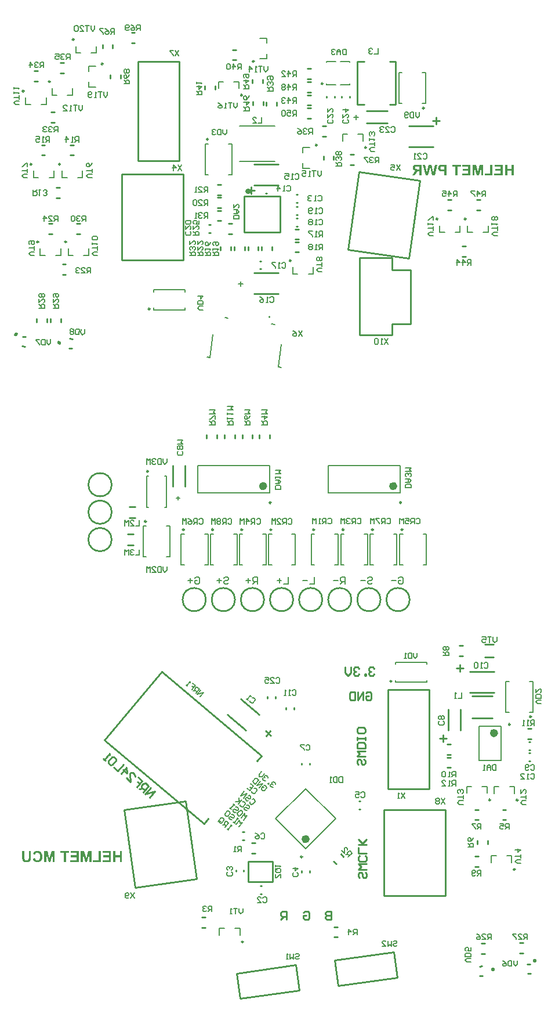
<source format=gbo>
G04 Layer_Color=48896*
%FSLAX44Y44*%
%MOMM*%
G71*
G01*
G75*
%ADD22C,0.2000*%
%ADD86C,0.8000*%
%ADD91C,0.2540*%
%ADD92C,0.2500*%
%ADD93C,0.6000*%
%ADD162C,0.1270*%
G36*
X780847Y1250426D02*
X777607D01*
Y1257437D01*
X771290D01*
Y1250426D01*
X768051D01*
Y1266438D01*
X771290D01*
Y1260144D01*
X777607D01*
Y1266438D01*
X780847D01*
Y1250426D01*
D02*
G37*
G36*
X736141D02*
X733156D01*
Y1263014D01*
X730010Y1250426D01*
X726886D01*
X723739Y1263014D01*
X723716Y1250426D01*
X720731D01*
Y1266438D01*
X725590D01*
X728436Y1255493D01*
X731305Y1266438D01*
X736141D01*
Y1250426D01*
D02*
G37*
G36*
X665474D02*
X661956D01*
X658763Y1262389D01*
X655616Y1250426D01*
X652122D01*
X648258Y1266438D01*
X651521D01*
X653973Y1255239D01*
X656750Y1266438D01*
X660638D01*
X663553Y1255424D01*
X665960Y1266438D01*
X669269D01*
X665474Y1250426D01*
D02*
G37*
G36*
X764695D02*
X752524D01*
Y1253133D01*
X761456D01*
Y1257483D01*
X753427D01*
Y1260191D01*
X761456D01*
Y1263731D01*
X752825D01*
Y1266438D01*
X764695D01*
Y1250426D01*
D02*
G37*
G36*
X749701D02*
X738409D01*
Y1253133D01*
X746462D01*
Y1266322D01*
X749701D01*
Y1250426D01*
D02*
G37*
G36*
X717445D02*
X705274D01*
Y1253133D01*
X714205D01*
Y1257483D01*
X706176D01*
Y1260191D01*
X714205D01*
Y1263731D01*
X705574D01*
Y1266438D01*
X717445D01*
Y1250426D01*
D02*
G37*
G36*
X703654Y1263731D02*
X698910D01*
Y1250426D01*
X695671D01*
Y1263731D01*
X690950D01*
Y1266438D01*
X703654D01*
Y1263731D01*
D02*
G37*
G36*
X682620Y1250426D02*
X679380D01*
Y1256465D01*
X676511D01*
X676164Y1256488D01*
X675840D01*
X675539Y1256511D01*
X675262Y1256535D01*
X675007Y1256558D01*
X674799Y1256581D01*
X674591D01*
X674429Y1256604D01*
X674267Y1256627D01*
X674151Y1256650D01*
X674058D01*
X673989Y1256673D01*
X673943D01*
X673619Y1256766D01*
X673318Y1256882D01*
X673040Y1256997D01*
X672786Y1257136D01*
X672578Y1257252D01*
X672415Y1257344D01*
X672323Y1257414D01*
X672277Y1257437D01*
X671976Y1257668D01*
X671721Y1257923D01*
X671467Y1258201D01*
X671282Y1258432D01*
X671120Y1258663D01*
X671004Y1258848D01*
X670935Y1258964D01*
X670911Y1259010D01*
X670726Y1259404D01*
X670587Y1259820D01*
X670495Y1260260D01*
X670425Y1260653D01*
X670379Y1260977D01*
Y1261139D01*
X670356Y1261255D01*
Y1261371D01*
Y1261440D01*
Y1261486D01*
Y1261509D01*
X670402Y1262180D01*
X670495Y1262805D01*
X670657Y1263314D01*
X670819Y1263777D01*
X670911Y1263962D01*
X671004Y1264124D01*
X671073Y1264263D01*
X671166Y1264402D01*
X671212Y1264494D01*
X671259Y1264564D01*
X671305Y1264587D01*
Y1264610D01*
X671675Y1265027D01*
X672045Y1265374D01*
X672439Y1265651D01*
X672786Y1265860D01*
X673110Y1265999D01*
X673364Y1266114D01*
X673457Y1266137D01*
X673526Y1266161D01*
X673572Y1266184D01*
X673596D01*
X673781Y1266230D01*
X674012Y1266276D01*
X674290Y1266299D01*
X674567Y1266322D01*
X675215Y1266369D01*
X675863Y1266415D01*
X676465D01*
X676719Y1266438D01*
X682620D01*
Y1250426D01*
D02*
G37*
G36*
X646569D02*
X643329D01*
Y1257113D01*
X642288D01*
X641964Y1257090D01*
X641686Y1257067D01*
X641455Y1257020D01*
X641270Y1256997D01*
X641154Y1256951D01*
X641085Y1256928D01*
X641062D01*
X640876Y1256835D01*
X640691Y1256743D01*
X640529Y1256627D01*
X640368Y1256535D01*
X640252Y1256419D01*
X640159Y1256326D01*
X640113Y1256280D01*
X640090Y1256257D01*
X639997Y1256141D01*
X639882Y1256025D01*
X639627Y1255678D01*
X639349Y1255308D01*
X639049Y1254892D01*
X638794Y1254521D01*
X638678Y1254336D01*
X638586Y1254197D01*
X638493Y1254082D01*
X638424Y1253989D01*
X638401Y1253920D01*
X638377Y1253897D01*
X636063Y1250426D01*
X632176D01*
X634143Y1253549D01*
X634351Y1253874D01*
X634560Y1254197D01*
X634745Y1254475D01*
X634930Y1254730D01*
X635092Y1254961D01*
X635230Y1255192D01*
X635508Y1255539D01*
X635716Y1255817D01*
X635855Y1256002D01*
X635971Y1256118D01*
X635994Y1256141D01*
X636249Y1256419D01*
X636549Y1256673D01*
X636827Y1256882D01*
X637105Y1257090D01*
X637336Y1257252D01*
X637521Y1257367D01*
X637660Y1257460D01*
X637683Y1257483D01*
X637706D01*
X637313Y1257553D01*
X636966Y1257645D01*
X636642Y1257738D01*
X636318Y1257853D01*
X636040Y1257969D01*
X635786Y1258085D01*
X635531Y1258201D01*
X635323Y1258339D01*
X635138Y1258455D01*
X634976Y1258571D01*
X634837Y1258687D01*
X634745Y1258779D01*
X634652Y1258848D01*
X634583Y1258918D01*
X634560Y1258941D01*
X634536Y1258964D01*
X634351Y1259196D01*
X634189Y1259427D01*
X633912Y1259936D01*
X633726Y1260422D01*
X633611Y1260908D01*
X633518Y1261324D01*
X633495Y1261486D01*
Y1261648D01*
X633472Y1261764D01*
Y1261880D01*
Y1261926D01*
Y1261949D01*
X633495Y1262458D01*
X633588Y1262944D01*
X633703Y1263361D01*
X633819Y1263731D01*
X633958Y1264032D01*
X634073Y1264263D01*
X634120Y1264333D01*
X634166Y1264402D01*
X634189Y1264425D01*
Y1264448D01*
X634467Y1264842D01*
X634768Y1265165D01*
X635069Y1265420D01*
X635369Y1265651D01*
X635647Y1265790D01*
X635855Y1265906D01*
X635994Y1265975D01*
X636017Y1265999D01*
X636040D01*
X636272Y1266068D01*
X636526Y1266137D01*
X637105Y1266253D01*
X637730Y1266322D01*
X638331Y1266392D01*
X638632D01*
X638886Y1266415D01*
X639141D01*
X639349Y1266438D01*
X646569D01*
Y1250426D01*
D02*
G37*
G36*
X208967Y249288D02*
X205727D01*
Y256300D01*
X199410D01*
Y249288D01*
X196171D01*
Y265301D01*
X199410D01*
Y259007D01*
X205727D01*
Y265301D01*
X208967D01*
Y249288D01*
D02*
G37*
G36*
X164261D02*
X161276D01*
Y261876D01*
X158130Y249288D01*
X155006D01*
X151859Y261876D01*
X151836Y249288D01*
X148851D01*
Y265301D01*
X153710D01*
X156556Y254356D01*
X159425Y265301D01*
X164261D01*
Y249288D01*
D02*
G37*
G36*
X110786D02*
X107801D01*
Y261876D01*
X104654Y249288D01*
X101531D01*
X98384Y261876D01*
X98360Y249288D01*
X95375D01*
Y265301D01*
X100235D01*
X103081Y254356D01*
X105950Y265301D01*
X110786D01*
Y249288D01*
D02*
G37*
G36*
X85796Y265578D02*
X86397Y265509D01*
X86930Y265393D01*
X87462Y265254D01*
X87925Y265093D01*
X88387Y264907D01*
X88781Y264699D01*
X89151Y264491D01*
X89498Y264283D01*
X89776Y264074D01*
X90030Y263889D01*
X90239Y263727D01*
X90400Y263589D01*
X90516Y263473D01*
X90586Y263403D01*
X90609Y263380D01*
X90979Y262941D01*
X91280Y262478D01*
X91557Y261992D01*
X91789Y261483D01*
X91997Y260951D01*
X92159Y260441D01*
X92298Y259932D01*
X92414Y259447D01*
X92506Y258961D01*
X92552Y258544D01*
X92599Y258151D01*
X92645Y257827D01*
Y257549D01*
X92668Y257341D01*
Y257202D01*
Y257179D01*
Y257156D01*
X92645Y256462D01*
X92576Y255814D01*
X92483Y255189D01*
X92344Y254634D01*
X92205Y254101D01*
X92020Y253592D01*
X91835Y253153D01*
X91650Y252759D01*
X91465Y252389D01*
X91280Y252065D01*
X91095Y251810D01*
X90956Y251579D01*
X90817Y251417D01*
X90724Y251278D01*
X90655Y251209D01*
X90632Y251186D01*
X90239Y250792D01*
X89822Y250469D01*
X89382Y250168D01*
X88943Y249936D01*
X88503Y249728D01*
X88063Y249543D01*
X87647Y249404D01*
X87254Y249288D01*
X86860Y249196D01*
X86513Y249126D01*
X86189Y249080D01*
X85935Y249057D01*
X85703Y249034D01*
X85541Y249011D01*
X85402D01*
X84916Y249034D01*
X84477Y249057D01*
X84037Y249126D01*
X83644Y249219D01*
X83273Y249312D01*
X82927Y249404D01*
X82603Y249520D01*
X82302Y249659D01*
X82047Y249774D01*
X81816Y249890D01*
X81608Y249982D01*
X81446Y250075D01*
X81307Y250168D01*
X81214Y250237D01*
X81168Y250260D01*
X81145Y250283D01*
X80844Y250538D01*
X80566Y250816D01*
X80057Y251440D01*
X79641Y252088D01*
X79317Y252713D01*
X79178Y253014D01*
X79062Y253291D01*
X78970Y253546D01*
X78877Y253754D01*
X78808Y253939D01*
X78761Y254078D01*
X78738Y254171D01*
Y254194D01*
X81885Y255166D01*
X82070Y254541D01*
X82279Y254009D01*
X82487Y253569D01*
X82718Y253199D01*
X82903Y252921D01*
X83065Y252736D01*
X83181Y252620D01*
X83227Y252574D01*
X83597Y252297D01*
X83968Y252111D01*
X84338Y251973D01*
X84662Y251857D01*
X84963Y251810D01*
X85217Y251787D01*
X85310Y251764D01*
X85426D01*
X85750Y251787D01*
X86050Y251810D01*
X86606Y251973D01*
X87092Y252158D01*
X87485Y252412D01*
X87809Y252644D01*
X88040Y252829D01*
X88133Y252921D01*
X88202Y252991D01*
X88225Y253014D01*
X88249Y253037D01*
X88434Y253291D01*
X88596Y253592D01*
X88758Y253916D01*
X88873Y254263D01*
X89058Y254981D01*
X89197Y255698D01*
X89243Y256045D01*
X89267Y256346D01*
X89313Y256647D01*
Y256901D01*
X89336Y257086D01*
Y257248D01*
Y257364D01*
Y257387D01*
X89313Y257919D01*
X89290Y258405D01*
X89243Y258845D01*
X89174Y259261D01*
X89081Y259632D01*
X88989Y259979D01*
X88896Y260280D01*
X88781Y260557D01*
X88688Y260789D01*
X88596Y260997D01*
X88503Y261159D01*
X88411Y261298D01*
X88341Y261413D01*
X88295Y261483D01*
X88249Y261529D01*
Y261552D01*
X88040Y261784D01*
X87809Y261992D01*
X87577Y262154D01*
X87323Y262293D01*
X86837Y262524D01*
X86374Y262686D01*
X85981Y262779D01*
X85796Y262802D01*
X85657Y262825D01*
X85518Y262848D01*
X85356D01*
X84893Y262825D01*
X84477Y262732D01*
X84107Y262617D01*
X83783Y262478D01*
X83528Y262339D01*
X83343Y262223D01*
X83227Y262131D01*
X83181Y262108D01*
X82880Y261830D01*
X82603Y261506D01*
X82394Y261182D01*
X82232Y260858D01*
X82117Y260580D01*
X82047Y260372D01*
X82001Y260280D01*
Y260210D01*
X81978Y260187D01*
Y260164D01*
X78784Y260928D01*
X79016Y261598D01*
X79270Y262177D01*
X79548Y262686D01*
X79803Y263103D01*
X80057Y263426D01*
X80150Y263565D01*
X80242Y263681D01*
X80312Y263750D01*
X80381Y263820D01*
X80404Y263866D01*
X80427D01*
X80774Y264167D01*
X81168Y264445D01*
X81538Y264676D01*
X81931Y264861D01*
X82348Y265046D01*
X82741Y265185D01*
X83135Y265301D01*
X83505Y265393D01*
X83852Y265463D01*
X84176Y265509D01*
X84454Y265555D01*
X84708Y265578D01*
X84916Y265602D01*
X85194D01*
X85796Y265578D01*
D02*
G37*
G36*
X75985Y256739D02*
Y256253D01*
X75961Y255791D01*
Y255351D01*
X75938Y254958D01*
X75915Y254587D01*
X75892Y254263D01*
X75869Y253962D01*
X75823Y253685D01*
X75799Y253453D01*
X75776Y253245D01*
X75753Y253060D01*
X75730Y252921D01*
X75707Y252806D01*
Y252736D01*
X75684Y252690D01*
Y252667D01*
X75568Y252320D01*
X75452Y251996D01*
X75290Y251695D01*
X75152Y251440D01*
X75013Y251209D01*
X74897Y251024D01*
X74805Y250931D01*
X74781Y250885D01*
X74504Y250584D01*
X74203Y250306D01*
X73879Y250075D01*
X73578Y249867D01*
X73324Y249705D01*
X73092Y249589D01*
X72953Y249520D01*
X72930Y249497D01*
X72907D01*
X72676Y249404D01*
X72421Y249335D01*
X71843Y249196D01*
X71264Y249103D01*
X70709Y249057D01*
X70454Y249034D01*
X70200Y249011D01*
X69991D01*
X69783Y248988D01*
X69413D01*
X68742Y249011D01*
X68140Y249057D01*
X67608Y249149D01*
X67168Y249242D01*
X66983Y249265D01*
X66798Y249312D01*
X66659Y249358D01*
X66544Y249404D01*
X66451Y249427D01*
X66382Y249450D01*
X66359Y249473D01*
X66336D01*
X65919Y249659D01*
X65549Y249890D01*
X65225Y250098D01*
X64947Y250306D01*
X64739Y250492D01*
X64577Y250630D01*
X64484Y250723D01*
X64461Y250769D01*
X64207Y251093D01*
X63998Y251440D01*
X63836Y251764D01*
X63698Y252088D01*
X63605Y252366D01*
X63536Y252597D01*
X63513Y252667D01*
Y252736D01*
X63489Y252759D01*
Y252782D01*
X63443Y253037D01*
X63397Y253315D01*
X63351Y253615D01*
X63327Y253916D01*
X63281Y254610D01*
X63235Y255282D01*
Y255582D01*
Y255883D01*
X63212Y256161D01*
Y256392D01*
Y256577D01*
Y256739D01*
Y256832D01*
Y256855D01*
Y265301D01*
X66451D01*
Y256415D01*
Y256068D01*
Y255744D01*
X66474Y255443D01*
Y255166D01*
X66498Y254934D01*
Y254703D01*
X66521Y254495D01*
Y254310D01*
X66567Y254032D01*
X66590Y253824D01*
X66613Y253708D01*
Y253662D01*
X66683Y253361D01*
X66798Y253106D01*
X66937Y252875D01*
X67076Y252667D01*
X67215Y252505D01*
X67330Y252389D01*
X67423Y252320D01*
X67446Y252297D01*
X67724Y252111D01*
X68071Y251973D01*
X68395Y251880D01*
X68742Y251810D01*
X69043Y251764D01*
X69274Y251741D01*
X69506D01*
X69991Y251764D01*
X70408Y251834D01*
X70778Y251926D01*
X71102Y252042D01*
X71334Y252134D01*
X71519Y252227D01*
X71611Y252297D01*
X71658Y252320D01*
X71912Y252551D01*
X72120Y252829D01*
X72305Y253083D01*
X72421Y253338D01*
X72514Y253569D01*
X72583Y253754D01*
X72629Y253870D01*
Y253916D01*
X72653Y254055D01*
X72676Y254194D01*
Y254379D01*
X72699Y254587D01*
X72722Y255027D01*
Y255490D01*
X72745Y255906D01*
Y256091D01*
Y256276D01*
Y256415D01*
Y256508D01*
Y256577D01*
Y256600D01*
Y265301D01*
X75985D01*
Y256739D01*
D02*
G37*
G36*
X192815Y249288D02*
X180644D01*
Y251996D01*
X189576D01*
Y256346D01*
X181547D01*
Y259053D01*
X189576D01*
Y262593D01*
X180945D01*
Y265301D01*
X192815D01*
Y249288D01*
D02*
G37*
G36*
X177821D02*
X166529D01*
Y251996D01*
X174582D01*
Y265185D01*
X177821D01*
Y249288D01*
D02*
G37*
G36*
X145565D02*
X133393D01*
Y251996D01*
X142325D01*
Y256346D01*
X134296D01*
Y259053D01*
X142325D01*
Y262593D01*
X133694D01*
Y265301D01*
X145565D01*
Y249288D01*
D02*
G37*
G36*
X131774Y262593D02*
X127030D01*
Y249288D01*
X123791D01*
Y262593D01*
X119070D01*
Y265301D01*
X131774D01*
Y262593D01*
D02*
G37*
%LPC*%
G36*
X679380Y1263731D02*
X676974D01*
X676743Y1263708D01*
X676534D01*
X676326Y1263685D01*
X676025D01*
X675794Y1263661D01*
X675632Y1263638D01*
X675539Y1263615D01*
X675516D01*
X675238Y1263546D01*
X674984Y1263453D01*
X674753Y1263337D01*
X674567Y1263199D01*
X674429Y1263083D01*
X674313Y1262990D01*
X674243Y1262921D01*
X674220Y1262898D01*
X674035Y1262666D01*
X673920Y1262435D01*
X673827Y1262180D01*
X673758Y1261949D01*
X673711Y1261741D01*
X673688Y1261579D01*
Y1261486D01*
Y1261440D01*
X673711Y1261186D01*
X673735Y1260954D01*
X673804Y1260746D01*
X673873Y1260561D01*
X673943Y1260399D01*
X673989Y1260283D01*
X674035Y1260214D01*
X674058Y1260191D01*
X674197Y1260005D01*
X674382Y1259844D01*
X674544Y1259705D01*
X674706Y1259589D01*
X674845Y1259520D01*
X674961Y1259450D01*
X675053Y1259427D01*
X675077Y1259404D01*
X675215Y1259358D01*
X675377Y1259334D01*
X675748Y1259265D01*
X676164Y1259219D01*
X676581Y1259196D01*
X676997D01*
X677159Y1259172D01*
X679380D01*
Y1263731D01*
D02*
G37*
G36*
X643329D02*
X639627D01*
X639419Y1263708D01*
X638910D01*
X638701Y1263685D01*
X638563D01*
X638493Y1263661D01*
X638470D01*
X638192Y1263592D01*
X637938Y1263500D01*
X637730Y1263407D01*
X637568Y1263291D01*
X637429Y1263176D01*
X637313Y1263106D01*
X637267Y1263037D01*
X637244Y1263014D01*
X637105Y1262828D01*
X636989Y1262597D01*
X636920Y1262389D01*
X636850Y1262180D01*
X636827Y1261995D01*
X636804Y1261857D01*
Y1261764D01*
Y1261718D01*
X636827Y1261463D01*
X636850Y1261232D01*
X636920Y1261024D01*
X636966Y1260838D01*
X637035Y1260700D01*
X637105Y1260607D01*
X637128Y1260538D01*
X637151Y1260515D01*
X637290Y1260352D01*
X637429Y1260214D01*
X637730Y1260005D01*
X637845Y1259936D01*
X637961Y1259890D01*
X638030Y1259844D01*
X638054D01*
X638169Y1259820D01*
X638354Y1259774D01*
X638539Y1259751D01*
X638748Y1259728D01*
X639234Y1259705D01*
X639720Y1259681D01*
X640182Y1259658D01*
X643329D01*
Y1263731D01*
D02*
G37*
%LPD*%
D22*
X433126Y312288D02*
X476967Y356129D01*
Y268448D02*
X520807Y312288D01*
X476967Y356129D02*
X520807Y312288D01*
X433126D02*
X476967Y268448D01*
X761967Y397288D02*
Y447288D01*
X729967Y397288D02*
Y447288D01*
X761967D01*
X729967Y397288D02*
X761967D01*
X777967Y248288D02*
Y258288D01*
X770717D02*
X777967D01*
X747967Y258288D02*
X747967Y248288D01*
X747967Y258288D02*
X755217Y258288D01*
X781967Y359288D02*
X781967Y349288D01*
X774717Y359288D02*
X781967Y359288D01*
X751967Y349288D02*
X751967Y359288D01*
X759217Y359288D01*
X741967Y359538D02*
X741967Y349538D01*
X734717Y359538D02*
X741967Y359538D01*
X711967Y349538D02*
X711967Y359538D01*
X719217Y359538D01*
X607967Y511788D02*
X653967D01*
X607967Y540788D02*
X653967D01*
X607967Y511788D02*
Y514538D01*
X653967Y511788D02*
Y514538D01*
X607967Y538038D02*
Y540788D01*
X653967Y538038D02*
Y540788D01*
X380967Y142538D02*
X380967Y152538D01*
X373717Y152538D02*
X380967Y152538D01*
X350967Y152538D02*
X350967Y142538D01*
X350967Y152538D02*
X358217D01*
X808467Y467788D02*
Y512788D01*
X769467Y467788D02*
X769467Y512788D01*
X803717Y467788D02*
X808467D01*
X803717Y512788D02*
X808467D01*
X769467Y467788D02*
X774217D01*
X769467Y512788D02*
X774217D01*
X530967Y373286D02*
Y365288D01*
X526968D01*
X525635Y366621D01*
Y371953D01*
X526968Y373286D01*
X530967D01*
X522969D02*
Y365288D01*
X518971D01*
X517638Y366621D01*
Y371953D01*
X518971Y373286D01*
X522969D01*
X514972Y365288D02*
X512306D01*
X513639D01*
Y373286D01*
X514972Y371953D01*
X433635Y516953D02*
X434968Y518286D01*
X437634D01*
X438967Y516953D01*
Y511621D01*
X437634Y510288D01*
X434968D01*
X433635Y511621D01*
X425638Y510288D02*
X430969D01*
X425638Y515620D01*
Y516953D01*
X426971Y518286D01*
X429636D01*
X430969Y516953D01*
X417640Y518286D02*
X422972D01*
Y514287D01*
X420306Y515620D01*
X418973D01*
X417640Y514287D01*
Y511621D01*
X418973Y510288D01*
X421639D01*
X422972Y511621D01*
X399166Y488821D02*
X401044Y488985D01*
X403086Y487271D01*
X403251Y485394D01*
X399824Y481309D01*
X397946Y481145D01*
X395904Y482859D01*
X395739Y484737D01*
X392840Y485429D02*
X390798Y487142D01*
X391819Y486286D01*
X396960Y492412D01*
X397124Y490534D01*
X414635Y196953D02*
X415968Y198286D01*
X418634D01*
X419967Y196953D01*
Y191621D01*
X418634Y190288D01*
X415968D01*
X414635Y191621D01*
X406638Y190288D02*
X411969D01*
X406638Y195620D01*
Y196953D01*
X407971Y198286D01*
X410636D01*
X411969Y196953D01*
X368631Y234620D02*
X369964Y233287D01*
Y230621D01*
X368631Y229288D01*
X363300D01*
X361967Y230621D01*
Y233287D01*
X363300Y234620D01*
X368631Y237286D02*
X369964Y238619D01*
Y241285D01*
X368631Y242617D01*
X367298D01*
X365965Y241285D01*
Y239952D01*
Y241285D01*
X364633Y242617D01*
X363300D01*
X361967Y241285D01*
Y238619D01*
X363300Y237286D01*
X464631Y233620D02*
X465964Y232287D01*
Y229621D01*
X464631Y228288D01*
X459300D01*
X457967Y229621D01*
Y232287D01*
X459300Y233620D01*
X457967Y240285D02*
X465964D01*
X461965Y236286D01*
Y241617D01*
X557635Y349953D02*
X558968Y351286D01*
X561634D01*
X562967Y349953D01*
Y344621D01*
X561634Y343288D01*
X558968D01*
X557635Y344621D01*
X549638Y351286D02*
X554969D01*
Y347287D01*
X552304Y348620D01*
X550971D01*
X549638Y347287D01*
Y344621D01*
X550971Y343288D01*
X553636D01*
X554969Y344621D01*
X477635Y418953D02*
X478968Y420286D01*
X481634D01*
X482967Y418953D01*
Y413621D01*
X481634Y412288D01*
X478968D01*
X477635Y413621D01*
X474969Y420286D02*
X469638D01*
Y418953D01*
X474969Y413621D01*
Y412288D01*
X677631Y454620D02*
X678964Y453287D01*
Y450621D01*
X677631Y449288D01*
X672300D01*
X670967Y450621D01*
Y453287D01*
X672300Y454620D01*
X677631Y457286D02*
X678964Y458619D01*
Y461284D01*
X677631Y462617D01*
X676298D01*
X674966Y461284D01*
X673633Y462617D01*
X672300D01*
X670967Y461284D01*
Y458619D01*
X672300Y457286D01*
X673633D01*
X674966Y458619D01*
X676298Y457286D01*
X677631D01*
X674966Y458619D02*
Y461284D01*
X805635Y389953D02*
X806968Y391286D01*
X809634D01*
X810967Y389953D01*
Y384621D01*
X809634Y383288D01*
X806968D01*
X805635Y384621D01*
X802969D02*
X801636Y383288D01*
X798971D01*
X797638Y384621D01*
Y389953D01*
X798971Y391286D01*
X801636D01*
X802969Y389953D01*
Y388620D01*
X801636Y387287D01*
X797638D01*
X737635Y538953D02*
X738968Y540286D01*
X741634D01*
X742967Y538953D01*
Y533621D01*
X741634Y532288D01*
X738968D01*
X737635Y533621D01*
X734969Y532288D02*
X732303D01*
X733636D01*
Y540286D01*
X734969Y538953D01*
X728305D02*
X726972Y540286D01*
X724306D01*
X722973Y538953D01*
Y533621D01*
X724306Y532288D01*
X726972D01*
X728305Y533621D01*
Y538953D01*
X457635Y498953D02*
X458968Y500286D01*
X461634D01*
X462967Y498953D01*
Y493621D01*
X461634Y492288D01*
X458968D01*
X457635Y493621D01*
X454969Y492288D02*
X452304D01*
X453636D01*
Y500286D01*
X454969Y498953D01*
X448305Y492288D02*
X445639D01*
X446972D01*
Y500286D01*
X448305Y498953D01*
X805635Y376953D02*
X806968Y378286D01*
X809634D01*
X810967Y376953D01*
Y371621D01*
X809634Y370288D01*
X806968D01*
X805635Y371621D01*
X802969Y370288D02*
X800304D01*
X801636D01*
Y378286D01*
X802969Y376953D01*
X790973Y370288D02*
X796305D01*
X790973Y375620D01*
Y376953D01*
X792306Y378286D01*
X794972D01*
X796305Y376953D01*
X754967Y391286D02*
Y383288D01*
X750968D01*
X749635Y384621D01*
Y389953D01*
X750968Y391286D01*
X754967D01*
X746969Y383288D02*
Y388620D01*
X744304Y391286D01*
X741638Y388620D01*
Y383288D01*
Y387287D01*
X746969D01*
X738972Y383288D02*
X736306D01*
X737639D01*
Y391286D01*
X738972Y389953D01*
X704967Y496286D02*
Y488288D01*
X699635D01*
X696969D02*
X694304D01*
X695636D01*
Y496286D01*
X696969Y494953D01*
X322967Y490288D02*
X328107Y496415D01*
X318883Y493715D01*
X324023Y499842D01*
X316840Y495429D02*
X321981Y501555D01*
X318918Y504126D01*
X317040Y503961D01*
X315326Y501919D01*
X315491Y500041D01*
X318554Y497471D01*
X316512Y499185D02*
X312756Y498856D01*
X311770Y510123D02*
X315855Y506696D01*
X313284Y503633D01*
X311242Y505346D01*
X313284Y503633D01*
X310714Y500570D01*
X304588Y505710D02*
X302546Y507424D01*
X303567Y506567D01*
X308707Y512693D01*
X308871Y510816D01*
X382967Y264288D02*
Y272286D01*
X378968D01*
X377635Y270953D01*
Y268287D01*
X378968Y266954D01*
X382967D01*
X380301D02*
X377635Y264288D01*
X374969D02*
X372304D01*
X373636D01*
Y272286D01*
X374969Y270953D01*
X539159Y256460D02*
X544814Y262115D01*
X541987Y264942D01*
X540102D01*
X538217Y263057D01*
X538217Y261173D01*
X541044Y258345D01*
X539159Y260230D02*
X535389D01*
X529734Y265885D02*
X533504Y262115D01*
Y269655D01*
X534447Y270597D01*
X536332D01*
X538217Y268713D01*
X538217Y266828D01*
X340137Y177078D02*
Y185076D01*
X336139D01*
X334806Y183743D01*
Y181077D01*
X336139Y179744D01*
X340137D01*
X337472D02*
X334806Y177078D01*
X332140Y183743D02*
X330807Y185076D01*
X328141D01*
X326809Y183743D01*
Y182410D01*
X328141Y181077D01*
X329474D01*
X328141D01*
X326809Y179744D01*
Y178411D01*
X328141Y177078D01*
X330807D01*
X332140Y178411D01*
X551967Y143288D02*
Y151286D01*
X547968D01*
X546635Y149953D01*
Y147287D01*
X547968Y145954D01*
X551967D01*
X549301D02*
X546635Y143288D01*
X539971D02*
Y151286D01*
X543969Y147287D01*
X538638D01*
X773967Y297288D02*
Y305286D01*
X769968D01*
X768635Y303953D01*
Y301287D01*
X769968Y299954D01*
X773967D01*
X771301D02*
X768635Y297288D01*
X760638Y305286D02*
X765969D01*
Y301287D01*
X763304Y302620D01*
X761971D01*
X760638Y301287D01*
Y298621D01*
X761971Y297288D01*
X764636D01*
X765969Y298621D01*
X713967Y271288D02*
X721964D01*
Y275287D01*
X720631Y276620D01*
X717965D01*
X716633Y275287D01*
Y271288D01*
Y273954D02*
X713967Y276620D01*
X721964Y284617D02*
X720631Y281952D01*
X717965Y279286D01*
X715300D01*
X713967Y280619D01*
Y283284D01*
X715300Y284617D01*
X716633D01*
X717965Y283284D01*
Y279286D01*
X732967Y297288D02*
Y305286D01*
X728968D01*
X727635Y303953D01*
Y301287D01*
X728968Y299954D01*
X732967D01*
X730301D02*
X727635Y297288D01*
X724969Y305286D02*
X719638D01*
Y303953D01*
X724969Y298621D01*
Y297288D01*
X677967Y550288D02*
X685964D01*
Y554287D01*
X684631Y555620D01*
X681965D01*
X680633Y554287D01*
Y550288D01*
Y552954D02*
X677967Y555620D01*
X684631Y558286D02*
X685964Y559619D01*
Y562285D01*
X684631Y563617D01*
X683298D01*
X681965Y562285D01*
X680633Y563617D01*
X679300D01*
X677967Y562285D01*
Y559619D01*
X679300Y558286D01*
X680633D01*
X681965Y559619D01*
X683298Y558286D01*
X684631D01*
X681965Y559619D02*
Y562285D01*
X732967Y229288D02*
Y237286D01*
X728968D01*
X727635Y235953D01*
Y233287D01*
X728968Y231954D01*
X732967D01*
X730301D02*
X727635Y229288D01*
X724969Y230621D02*
X723636Y229288D01*
X720971D01*
X719638Y230621D01*
Y235953D01*
X720971Y237286D01*
X723636D01*
X724969Y235953D01*
Y234620D01*
X723636Y233287D01*
X719638D01*
X695967Y373288D02*
Y381286D01*
X691968D01*
X690635Y379953D01*
Y377287D01*
X691968Y375954D01*
X695967D01*
X693301D02*
X690635Y373288D01*
X687969D02*
X685304D01*
X686636D01*
Y381286D01*
X687969Y379953D01*
X681305D02*
X679972Y381286D01*
X677306D01*
X675973Y379953D01*
Y374621D01*
X677306Y373288D01*
X679972D01*
X681305Y374621D01*
Y379953D01*
X810967Y448288D02*
Y456286D01*
X806968D01*
X805635Y454953D01*
Y452287D01*
X806968Y450954D01*
X810967D01*
X808301D02*
X805635Y448288D01*
X802969D02*
X800304D01*
X801636D01*
Y456286D01*
X802969Y454953D01*
X796305Y448288D02*
X793639D01*
X794972D01*
Y456286D01*
X796305Y454953D01*
X695967Y360288D02*
Y368286D01*
X691968D01*
X690635Y366953D01*
Y364287D01*
X691968Y362954D01*
X695967D01*
X693301D02*
X690635Y360288D01*
X687969D02*
X685304D01*
X686636D01*
Y368286D01*
X687969Y366953D01*
X675973Y360288D02*
X681305D01*
X675973Y365620D01*
Y366953D01*
X677306Y368286D01*
X679972D01*
X681305Y366953D01*
X461994Y114190D02*
X463327Y115522D01*
X465993D01*
X467326Y114190D01*
Y112857D01*
X465993Y111524D01*
X463327D01*
X461994Y110191D01*
Y108858D01*
X463327Y107525D01*
X465993D01*
X467326Y108858D01*
X459329Y115522D02*
Y107525D01*
X456663Y110191D01*
X453997Y107525D01*
Y115522D01*
X451331Y107525D02*
X448665D01*
X449998D01*
Y115522D01*
X451331Y114190D01*
X604873Y133089D02*
X606206Y134422D01*
X608872D01*
X610205Y133089D01*
Y131756D01*
X608872Y130423D01*
X606206D01*
X604873Y129090D01*
Y127757D01*
X606206Y126424D01*
X608872D01*
X610205Y127757D01*
X602207Y134422D02*
Y126424D01*
X599542Y129090D01*
X596876Y126424D01*
Y134422D01*
X588878Y126424D02*
X594210D01*
X588878Y131756D01*
Y133089D01*
X590211Y134422D01*
X592877D01*
X594210Y133089D01*
X639967Y554286D02*
Y548954D01*
X637301Y546288D01*
X634635Y548954D01*
Y554286D01*
X631969D02*
Y546288D01*
X627971D01*
X626638Y547621D01*
Y552953D01*
X627971Y554286D01*
X631969D01*
X623972Y546288D02*
X621306D01*
X622639D01*
Y554286D01*
X623972Y552953D01*
X820964Y480288D02*
X815633D01*
X812967Y482954D01*
X815633Y485620D01*
X820964D01*
Y488286D02*
X812967D01*
Y492285D01*
X814300Y493617D01*
X819631D01*
X820964Y492285D01*
Y488286D01*
X812967Y501615D02*
Y496283D01*
X818298Y501615D01*
X819631D01*
X820964Y500282D01*
Y497616D01*
X819631Y496283D01*
X385185Y181530D02*
Y176198D01*
X382519Y173532D01*
X379853Y176198D01*
Y181530D01*
X377187D02*
X371856D01*
X374522D01*
Y173532D01*
X369190D02*
X366524D01*
X367857D01*
Y181530D01*
X369190Y180197D01*
X798964Y333288D02*
X793633D01*
X790967Y335954D01*
X793633Y338620D01*
X798964D01*
Y341286D02*
Y346617D01*
Y343952D01*
X790967D01*
Y354615D02*
Y349283D01*
X796298Y354615D01*
X797631D01*
X798964Y353282D01*
Y350616D01*
X797631Y349283D01*
X706964Y333288D02*
X701633D01*
X698967Y335954D01*
X701633Y338620D01*
X706964D01*
Y341286D02*
Y346617D01*
Y343952D01*
X698967D01*
X705631Y349283D02*
X706964Y350616D01*
Y353282D01*
X705631Y354615D01*
X704298D01*
X702965Y353282D01*
Y351949D01*
Y353282D01*
X701633Y354615D01*
X700300D01*
X698967Y353282D01*
Y350616D01*
X700300Y349283D01*
X790964Y247288D02*
X785633D01*
X782967Y249954D01*
X785633Y252620D01*
X790964D01*
Y255286D02*
Y260617D01*
Y257952D01*
X782967D01*
Y267282D02*
X790964D01*
X786965Y263283D01*
Y268615D01*
X755967Y577286D02*
Y571954D01*
X753301Y569288D01*
X750635Y571954D01*
Y577286D01*
X747969D02*
X742638D01*
X745303D01*
Y569288D01*
X734640Y577286D02*
X739972D01*
Y573287D01*
X737306Y574620D01*
X735973D01*
X734640Y573287D01*
Y570621D01*
X735973Y569288D01*
X738639D01*
X739972Y570621D01*
X621967Y350286D02*
X616635Y342288D01*
Y350286D02*
X621967Y342288D01*
X613969D02*
X611304D01*
X612636D01*
Y350286D01*
X613969Y348953D01*
X440964Y226288D02*
Y231620D01*
X439631D01*
X434300Y226288D01*
X432967D01*
Y231620D01*
X434300Y239617D02*
X439631D01*
X440964Y238284D01*
Y235619D01*
X439631Y234286D01*
X434300D01*
X432967Y235619D01*
Y238284D01*
X435633Y236952D02*
X432967Y239617D01*
Y238284D02*
X434300Y239617D01*
X432967Y242283D02*
Y244949D01*
Y243616D01*
X440964D01*
X439631Y242283D01*
X680325Y342194D02*
X674993Y334196D01*
Y342194D02*
X680325Y334196D01*
X672327Y340861D02*
X670994Y342194D01*
X668329D01*
X666996Y340861D01*
Y339528D01*
X668329Y338195D01*
X666996Y336862D01*
Y335529D01*
X668329Y334196D01*
X670994D01*
X672327Y335529D01*
Y336862D01*
X670994Y338195D01*
X672327Y339528D01*
Y340861D01*
X670994Y338195D02*
X668329D01*
X226967Y204286D02*
X221635Y196288D01*
Y204286D02*
X226967Y196288D01*
X218969Y197621D02*
X217636Y196288D01*
X214971D01*
X213638Y197621D01*
Y202953D01*
X214971Y204286D01*
X217636D01*
X218969Y202953D01*
Y201620D01*
X217636Y200287D01*
X213638D01*
X747967Y136288D02*
Y144286D01*
X743968D01*
X742635Y142953D01*
Y140287D01*
X743968Y138954D01*
X747967D01*
X745301D02*
X742635Y136288D01*
X734638D02*
X739969D01*
X734638Y141620D01*
Y142953D01*
X735971Y144286D01*
X738636D01*
X739969Y142953D01*
X726640Y144286D02*
X729306Y142953D01*
X731972Y140287D01*
Y137621D01*
X730639Y136288D01*
X727973D01*
X726640Y137621D01*
Y138954D01*
X727973Y140287D01*
X731972D01*
X800636Y136620D02*
Y144617D01*
X796637D01*
X795304Y143284D01*
Y140618D01*
X796637Y139285D01*
X800636D01*
X797970D02*
X795304Y136620D01*
X787307D02*
X792638D01*
X787307Y141951D01*
Y143284D01*
X788639Y144617D01*
X791305D01*
X792638Y143284D01*
X784641Y144617D02*
X779309D01*
Y143284D01*
X784641Y137952D01*
Y136620D01*
X717964Y103288D02*
X712633D01*
X709967Y105954D01*
X712633Y108620D01*
X717964D01*
Y111286D02*
X709967D01*
Y115285D01*
X711300Y116617D01*
X716631D01*
X717964Y115285D01*
Y111286D01*
Y124615D02*
Y119283D01*
X713966D01*
X715298Y121949D01*
Y123282D01*
X713966Y124615D01*
X711300D01*
X709967Y123282D01*
Y120616D01*
X711300Y119283D01*
X785967Y105286D02*
Y99954D01*
X783301Y97288D01*
X780635Y99954D01*
Y105286D01*
X777969D02*
Y97288D01*
X773971D01*
X772638Y98621D01*
Y103953D01*
X773971Y105286D01*
X777969D01*
X764640D02*
X767306Y103953D01*
X769972Y101287D01*
Y98621D01*
X768639Y97288D01*
X765973D01*
X764640Y98621D01*
Y99954D01*
X765973Y101287D01*
X769972D01*
X411635Y289953D02*
X412968Y291286D01*
X415634D01*
X416967Y289953D01*
Y284621D01*
X415634Y283288D01*
X412968D01*
X411635Y284621D01*
X403638Y291286D02*
X406304Y289953D01*
X408969Y287287D01*
Y284621D01*
X407636Y283288D01*
X404971D01*
X403638Y284621D01*
Y285954D01*
X404971Y287287D01*
X408969D01*
X432994Y362533D02*
X432829Y364411D01*
X430787Y366125D01*
X428909Y365961D01*
X428053Y364939D01*
X428217Y363062D01*
X429238Y362205D01*
X428217Y363062D01*
X426339Y362897D01*
X425482Y361876D01*
X425647Y359999D01*
X427689Y358285D01*
X429567Y358449D01*
X422583Y362569D02*
X423440Y363590D01*
X422419Y364447D01*
X421562Y363426D01*
X422583Y362569D01*
X421762Y371958D02*
X421598Y373836D01*
X419556Y375549D01*
X417678Y375385D01*
X416821Y374364D01*
X416985Y372486D01*
X418006Y371629D01*
X416985Y372486D01*
X415107Y372322D01*
X414251Y371301D01*
X414415Y369423D01*
X416457Y367709D01*
X418335Y367874D01*
X416492Y378120D02*
X413065Y374035D01*
X409310Y373707D01*
X408981Y377463D01*
X412408Y381547D01*
X415909Y360961D02*
X417787Y361125D01*
X419829Y359411D01*
X419994Y357533D01*
X416567Y353449D01*
X414689Y353285D01*
X412647Y354999D01*
X412482Y356876D01*
X414196Y358918D01*
X416238Y357205D01*
X409583Y357569D02*
X414724Y363695D01*
X405499Y360996D01*
X410640Y367122D01*
X408598Y368836D02*
X403457Y362709D01*
X400394Y365280D01*
X400230Y367158D01*
X403657Y371242D01*
X405535Y371406D01*
X408598Y368836D01*
X401909Y356961D02*
X403787Y357125D01*
X405829Y355411D01*
X405994Y353534D01*
X402567Y349449D01*
X400689Y349285D01*
X398647Y350998D01*
X398482Y352876D01*
X396640Y363122D02*
X400724Y359695D01*
X395583Y353569D01*
X391499Y356996D01*
X398154Y356632D02*
X396112Y358345D01*
X398909Y340961D02*
X400787Y341125D01*
X402829Y339411D01*
X402994Y337533D01*
X399567Y333449D01*
X397689Y333285D01*
X395647Y334998D01*
X395482Y336876D01*
X392783Y346101D02*
X394661Y346265D01*
X396703Y344552D01*
X396867Y342674D01*
X396011Y341653D01*
X394133Y341489D01*
X392091Y343202D01*
X390213Y343038D01*
X389356Y342017D01*
X389520Y340139D01*
X391562Y338425D01*
X393440Y338590D01*
X386457Y342709D02*
X391598Y348836D01*
X382373Y346137D01*
X387513Y352263D01*
X390909Y331960D02*
X392787Y332125D01*
X394829Y330411D01*
X394994Y328533D01*
X394137Y327512D01*
X392259Y327348D01*
X390217Y329062D01*
X388339Y328897D01*
X387482Y327876D01*
X387647Y325998D01*
X389689Y324285D01*
X391567Y324449D01*
X384783Y337101D02*
X386661Y337266D01*
X388703Y335552D01*
X388867Y333674D01*
X385440Y329590D01*
X383562Y329426D01*
X381520Y331139D01*
X381356Y333017D01*
X383598Y339836D02*
X378457Y333709D01*
X380171Y335751D01*
X379513Y343263D01*
X380006Y337629D01*
X374373Y337136D01*
X386710Y310428D02*
X391850Y316555D01*
X388095Y316226D01*
X387766Y319982D01*
X382626Y313855D01*
X382661Y324266D02*
X384703Y322552D01*
X384867Y320674D01*
X381440Y316590D01*
X379562Y316426D01*
X377520Y318139D01*
X377356Y320017D01*
X380783Y324101D01*
X382661Y324266D01*
X374657Y329242D02*
X376535Y329406D01*
X378577Y327693D01*
X378741Y325815D01*
X377884Y324794D01*
X376006Y324629D01*
X373964Y326343D01*
X372086Y326179D01*
X371230Y325158D01*
X371394Y323280D01*
X373436Y321566D01*
X375314Y321730D01*
X373471Y331976D02*
X371429Y333690D01*
X372450Y332833D01*
X367310Y326707D01*
X368331Y325850D01*
X366288Y327564D01*
X379710Y300428D02*
X384850Y306555D01*
X381095Y306226D01*
X380766Y309982D01*
X375626Y303855D01*
X378724Y311695D02*
X376682Y313409D01*
X377703Y312552D01*
X372562Y306425D01*
X373583Y305569D01*
X371541Y307282D01*
X368678Y318385D02*
X370555Y318549D01*
X372598Y316836D01*
X372762Y314958D01*
X371905Y313937D01*
X370027Y313773D01*
X367985Y315486D01*
X366107Y315322D01*
X365251Y314301D01*
X365415Y312423D01*
X367457Y310709D01*
X369335Y310874D01*
X364429Y323690D02*
X366471Y321976D01*
X366636Y320099D01*
X363209Y316014D01*
X361331Y315850D01*
X359288Y317564D01*
X359124Y319441D01*
X362551Y323526D01*
X364429Y323690D01*
X369850Y301555D02*
X367808Y303268D01*
X368829Y302411D01*
X363689Y296285D01*
X364710Y295428D01*
X362668Y297142D01*
X359604Y299712D02*
X364745Y305838D01*
X361682Y308409D01*
X359804Y308244D01*
X358091Y306202D01*
X358255Y304324D01*
X361318Y301754D01*
X359276Y303468D02*
X355520Y303139D01*
X350251Y309301D02*
X353678Y313385D01*
X355555Y313549D01*
X357598Y311836D01*
X357762Y309958D01*
X354335Y305874D01*
X352457Y305709D01*
X350415Y307423D01*
X353149Y308608D02*
X349394Y308280D01*
X350415Y307423D02*
X350251Y309301D01*
X425144Y1044235D02*
G03*
X425144Y1044235I-1000J0D01*
G01*
X68347Y1363926D02*
X68347Y1353926D01*
X75597Y1353926D01*
X98347Y1353926D02*
X98347Y1363926D01*
X91097Y1353926D02*
X98347Y1353926D01*
X89597Y1133926D02*
X89597Y1143926D01*
X89597Y1133926D02*
X96847Y1133926D01*
X119597D02*
Y1143926D01*
X112347Y1133926D02*
X119597D01*
X560847Y1301176D02*
Y1311176D01*
X553597D02*
X560847D01*
X530847Y1311176D02*
X530847Y1301176D01*
X530847Y1311176D02*
X538097Y1311176D01*
X380097Y1322926D02*
X432097D01*
X380097Y1270926D02*
X432097Y1270926D01*
X330347Y1251926D02*
Y1296926D01*
X369347Y1251926D02*
Y1296926D01*
X330347D02*
X335097Y1296926D01*
X330347Y1251926D02*
X335097Y1251926D01*
X364597Y1296926D02*
X369347Y1296926D01*
X364597Y1251926D02*
X369347Y1251926D01*
X255097Y1054676D02*
X301097D01*
X255097Y1083676D02*
X301097D01*
X255097Y1054676D02*
Y1057426D01*
X301097Y1054676D02*
Y1057426D01*
X255097Y1080926D02*
Y1083676D01*
X301097D02*
X301097Y1080926D01*
X713597Y1167426D02*
Y1177426D01*
Y1167426D02*
X720847D01*
X743597Y1167426D02*
X743597Y1177426D01*
X736347Y1167426D02*
X743597Y1167426D01*
X672597Y1167426D02*
X672597Y1177426D01*
X672597Y1167426D02*
X679847Y1167426D01*
X702597Y1177426D02*
X702597Y1167426D01*
X695347D02*
X702597D01*
X379597Y1387426D02*
X379597Y1377426D01*
X372347Y1387426D02*
X379597Y1387426D01*
X349597Y1377426D02*
X349597Y1387426D01*
X356847Y1387426D01*
X472597Y1291176D02*
X482597Y1291176D01*
X472597Y1283926D02*
X472597Y1291176D01*
X472597Y1261176D02*
X482597D01*
X472597D02*
Y1268426D01*
X410347Y1420926D02*
X420347Y1420926D01*
X420347Y1428176D01*
X410347Y1450926D02*
X420347Y1450926D01*
X420347Y1443676D01*
X106597Y1377676D02*
X106597Y1367676D01*
X113847Y1367676D01*
X136597Y1367676D02*
X136597Y1377676D01*
X129347Y1367676D02*
X136597Y1367676D01*
X130347Y1143926D02*
X130347Y1133926D01*
X137597Y1133926D01*
X160347Y1133926D02*
X160347Y1143926D01*
X153097Y1133926D02*
X160347Y1133926D01*
X458097Y1116676D02*
X458097Y1106676D01*
X465347Y1106676D01*
X488097Y1106676D02*
X488097Y1116676D01*
X480847Y1106676D02*
X488097Y1106676D01*
X79597Y1257176D02*
X79597Y1247176D01*
X86847Y1247176D01*
X109597Y1247176D02*
X109597Y1257176D01*
X102347Y1247176D02*
X109597Y1247176D01*
X121347Y1257176D02*
X121347Y1247176D01*
X128597Y1247176D01*
X151347Y1247176D02*
X151347Y1257176D01*
X144097Y1247176D02*
X151347Y1247176D01*
X652097Y1355426D02*
Y1400426D01*
X613097Y1355426D02*
Y1400426D01*
X647347Y1355426D02*
X652097Y1355426D01*
X647347Y1400426D02*
X652097D01*
X613097Y1355426D02*
X617847Y1355426D01*
X613097Y1400426D02*
X617847D01*
X507597Y1416926D02*
X521347D01*
X507597Y1415676D02*
Y1416926D01*
X527847Y1416926D02*
X541597Y1416926D01*
Y1415676D02*
Y1416926D01*
Y1382926D02*
Y1384176D01*
X527847Y1382926D02*
X541597Y1382926D01*
X507597D02*
X521347Y1382926D01*
X507597Y1382926D02*
Y1384176D01*
X160097Y1386926D02*
X160097Y1379676D01*
X170097Y1379676D01*
X160097Y1402426D02*
Y1409676D01*
X170097D01*
X164097Y1429176D02*
X171347Y1429176D01*
X171347Y1439176D01*
X141347Y1429176D02*
X148597Y1429176D01*
X141347Y1439176D02*
X141347Y1429176D01*
X495015Y1220090D02*
X496348Y1221423D01*
X499014D01*
X500347Y1220090D01*
Y1214759D01*
X499014Y1213426D01*
X496348D01*
X495015Y1214759D01*
X492349Y1213426D02*
X489683D01*
X491016D01*
Y1221423D01*
X492349Y1220090D01*
X485685D02*
X484352Y1221423D01*
X481686D01*
X480353Y1220090D01*
Y1218757D01*
X481686Y1217424D01*
X483019D01*
X481686D01*
X480353Y1216092D01*
Y1214759D01*
X481686Y1213426D01*
X484352D01*
X485685Y1214759D01*
X449265Y1234340D02*
X450598Y1235673D01*
X453264D01*
X454597Y1234340D01*
Y1229009D01*
X453264Y1227676D01*
X450598D01*
X449265Y1229009D01*
X446599Y1227676D02*
X443933D01*
X445266D01*
Y1235673D01*
X446599Y1234340D01*
X435936Y1227676D02*
Y1235673D01*
X439935Y1231674D01*
X434603D01*
X461515Y1251840D02*
X462848Y1253173D01*
X465514D01*
X466847Y1251840D01*
Y1246509D01*
X465514Y1245176D01*
X462848D01*
X461515Y1246509D01*
X458849Y1245176D02*
X456184D01*
X457516D01*
Y1253173D01*
X458849Y1251840D01*
X446853Y1253173D02*
X452185D01*
Y1249174D01*
X449519Y1250507D01*
X448186D01*
X446853Y1249174D01*
Y1246509D01*
X448186Y1245176D01*
X450852D01*
X452185Y1246509D01*
X424764Y1072341D02*
X426097Y1073674D01*
X428763D01*
X430095Y1072341D01*
Y1067010D01*
X428763Y1065677D01*
X426097D01*
X424764Y1067010D01*
X422098Y1065677D02*
X419432D01*
X420765D01*
Y1073674D01*
X422098Y1072341D01*
X410102Y1073674D02*
X412768Y1072341D01*
X415434Y1069675D01*
Y1067010D01*
X414101Y1065677D01*
X411435D01*
X410102Y1067010D01*
Y1068342D01*
X411435Y1069675D01*
X415434D01*
X442265Y1122340D02*
X443598Y1123673D01*
X446264D01*
X447597Y1122340D01*
Y1117009D01*
X446264Y1115676D01*
X443598D01*
X442265Y1117009D01*
X439599Y1115676D02*
X436934D01*
X438266D01*
Y1123673D01*
X439599Y1122340D01*
X432935Y1123673D02*
X427603D01*
Y1122340D01*
X432935Y1117009D01*
Y1115676D01*
X496265Y1185340D02*
X497598Y1186673D01*
X500264D01*
X501597Y1185340D01*
Y1180009D01*
X500264Y1178676D01*
X497598D01*
X496265Y1180009D01*
X493599Y1178676D02*
X490933D01*
X492266D01*
Y1186673D01*
X493599Y1185340D01*
X486935D02*
X485602Y1186673D01*
X482936D01*
X481603Y1185340D01*
Y1184007D01*
X482936Y1182674D01*
X481603Y1181341D01*
Y1180009D01*
X482936Y1178676D01*
X485602D01*
X486935Y1180009D01*
Y1181341D01*
X485602Y1182674D01*
X486935Y1184007D01*
Y1185340D01*
X485602Y1182674D02*
X482936D01*
X496265Y1201840D02*
X497598Y1203173D01*
X500264D01*
X501597Y1201840D01*
Y1196509D01*
X500264Y1195176D01*
X497598D01*
X496265Y1196509D01*
X493599Y1195176D02*
X490933D01*
X492266D01*
Y1203173D01*
X493599Y1201840D01*
X486935Y1196509D02*
X485602Y1195176D01*
X482936D01*
X481603Y1196509D01*
Y1201840D01*
X482936Y1203173D01*
X485602D01*
X486935Y1201840D01*
Y1200507D01*
X485602Y1199174D01*
X481603D01*
X308261Y1169007D02*
X309594Y1167674D01*
Y1165009D01*
X308261Y1163676D01*
X302930D01*
X301597Y1165009D01*
Y1167674D01*
X302930Y1169007D01*
X301597Y1177005D02*
Y1171673D01*
X306928Y1177005D01*
X308261D01*
X309594Y1175672D01*
Y1173006D01*
X308261Y1171673D01*
Y1179671D02*
X309594Y1181003D01*
Y1183669D01*
X308261Y1185002D01*
X302930D01*
X301597Y1183669D01*
Y1181003D01*
X302930Y1179671D01*
X308261D01*
X648515Y1281590D02*
X649848Y1282923D01*
X652514D01*
X653847Y1281590D01*
Y1276259D01*
X652514Y1274926D01*
X649848D01*
X648515Y1276259D01*
X640518Y1274926D02*
X645849D01*
X640518Y1280257D01*
Y1281590D01*
X641851Y1282923D01*
X644516D01*
X645849Y1281590D01*
X637852Y1274926D02*
X635186D01*
X636519D01*
Y1282923D01*
X637852Y1281590D01*
X515761Y1332007D02*
X517094Y1330674D01*
Y1328009D01*
X515761Y1326676D01*
X510430D01*
X509097Y1328009D01*
Y1330674D01*
X510430Y1332007D01*
X509097Y1340005D02*
Y1334673D01*
X514428Y1340005D01*
X515761D01*
X517094Y1338672D01*
Y1336006D01*
X515761Y1334673D01*
X509097Y1348002D02*
Y1342671D01*
X514428Y1348002D01*
X515761D01*
X517094Y1346669D01*
Y1344003D01*
X515761Y1342671D01*
X601765Y1320340D02*
X603098Y1321673D01*
X605764D01*
X607097Y1320340D01*
Y1315009D01*
X605764Y1313676D01*
X603098D01*
X601765Y1315009D01*
X593768Y1313676D02*
X599099D01*
X593768Y1319007D01*
Y1320340D01*
X595101Y1321673D01*
X597766D01*
X599099Y1320340D01*
X591102D02*
X589769Y1321673D01*
X587103D01*
X585770Y1320340D01*
Y1319007D01*
X587103Y1317675D01*
X588436D01*
X587103D01*
X585770Y1316342D01*
Y1315009D01*
X587103Y1313676D01*
X589769D01*
X591102Y1315009D01*
X538261Y1332007D02*
X539594Y1330674D01*
Y1328009D01*
X538261Y1326676D01*
X532930D01*
X531597Y1328009D01*
Y1330674D01*
X532930Y1332007D01*
X531597Y1340005D02*
Y1334673D01*
X536928Y1340005D01*
X538261D01*
X539594Y1338672D01*
Y1336006D01*
X538261Y1334673D01*
X531597Y1346669D02*
X539594D01*
X535596Y1342671D01*
Y1348002D01*
X379844Y1187176D02*
X371847D01*
Y1191174D01*
X373180Y1192507D01*
X378511D01*
X379844Y1191174D01*
Y1187176D01*
X371847Y1195173D02*
X377178D01*
X379844Y1197839D01*
X377178Y1200505D01*
X371847D01*
X375845D01*
Y1195173D01*
X371847Y1208502D02*
Y1203171D01*
X377178Y1208502D01*
X378511D01*
X379844Y1207169D01*
Y1204503D01*
X378511Y1203171D01*
X536097Y1434923D02*
Y1426926D01*
X532098D01*
X530765Y1428259D01*
Y1433590D01*
X532098Y1434923D01*
X536097D01*
X528099Y1426926D02*
Y1432257D01*
X525434Y1434923D01*
X522768Y1432257D01*
Y1426926D01*
Y1430925D01*
X528099D01*
X520102Y1433590D02*
X518769Y1434923D01*
X516103D01*
X514770Y1433590D01*
Y1432257D01*
X516103Y1430925D01*
X517436D01*
X516103D01*
X514770Y1429592D01*
Y1428259D01*
X516103Y1426926D01*
X518769D01*
X520102Y1428259D01*
X412847Y1335423D02*
Y1327426D01*
X407515D01*
X399518D02*
X404849D01*
X399518Y1332757D01*
Y1334090D01*
X400851Y1335423D01*
X403516D01*
X404849Y1334090D01*
X582597Y1435923D02*
Y1427926D01*
X577265D01*
X574599Y1434590D02*
X573266Y1435923D01*
X570601D01*
X569268Y1434590D01*
Y1433257D01*
X570601Y1431924D01*
X571934D01*
X570601D01*
X569268Y1430592D01*
Y1429259D01*
X570601Y1427926D01*
X573266D01*
X574599Y1429259D01*
X79347Y1229426D02*
Y1221428D01*
X83346D01*
X84679Y1222761D01*
Y1225427D01*
X83346Y1226760D01*
X79347D01*
X82013D02*
X84679Y1229426D01*
X87345D02*
X90010D01*
X88677D01*
Y1221428D01*
X87345Y1222761D01*
X94009D02*
X95342Y1221428D01*
X98008D01*
X99341Y1222761D01*
Y1224094D01*
X98008Y1225427D01*
X96675D01*
X98008D01*
X99341Y1226760D01*
Y1228093D01*
X98008Y1229426D01*
X95342D01*
X94009Y1228093D01*
X145597Y1299176D02*
Y1307173D01*
X141598D01*
X140265Y1305840D01*
Y1303174D01*
X141598Y1301841D01*
X145597D01*
X142931D02*
X140265Y1299176D01*
X137599D02*
X134934D01*
X136266D01*
Y1307173D01*
X137599Y1305840D01*
X126936Y1299176D02*
Y1307173D01*
X130935Y1303174D01*
X125603D01*
X103097Y1299176D02*
Y1307173D01*
X99098D01*
X97765Y1305840D01*
Y1303174D01*
X99098Y1301842D01*
X103097D01*
X100431D02*
X97765Y1299176D01*
X95099D02*
X92434D01*
X93766D01*
Y1307173D01*
X95099Y1305840D01*
X83103Y1307173D02*
X88435D01*
Y1303174D01*
X85769Y1304507D01*
X84436D01*
X83103Y1303174D01*
Y1300509D01*
X84436Y1299176D01*
X87102D01*
X88435Y1300509D01*
X330347Y1133676D02*
X338344D01*
Y1137674D01*
X337011Y1139007D01*
X334346D01*
X333013Y1137674D01*
Y1133676D01*
Y1136341D02*
X330347Y1139007D01*
Y1141673D02*
Y1144339D01*
Y1143006D01*
X338344D01*
X337011Y1141673D01*
X338344Y1153669D02*
X337011Y1151003D01*
X334346Y1148338D01*
X331680D01*
X330347Y1149671D01*
Y1152336D01*
X331680Y1153669D01*
X333013D01*
X334346Y1152336D01*
Y1148338D01*
X501597Y1161176D02*
Y1169173D01*
X497598D01*
X496265Y1167840D01*
Y1165174D01*
X497598Y1163841D01*
X501597D01*
X498931D02*
X496265Y1161176D01*
X493599D02*
X490933D01*
X492266D01*
Y1169173D01*
X493599Y1167840D01*
X486935Y1169173D02*
X481603D01*
Y1167840D01*
X486935Y1162509D01*
Y1161176D01*
X501597Y1142426D02*
Y1150423D01*
X497598D01*
X496265Y1149090D01*
Y1146424D01*
X497598Y1145091D01*
X501597D01*
X498931D02*
X496265Y1142426D01*
X493599D02*
X490933D01*
X492266D01*
Y1150423D01*
X493599Y1149090D01*
X486935D02*
X485602Y1150423D01*
X482936D01*
X481603Y1149090D01*
Y1147757D01*
X482936Y1146424D01*
X481603Y1145091D01*
Y1143759D01*
X482936Y1142426D01*
X485602D01*
X486935Y1143759D01*
Y1145091D01*
X485602Y1146424D01*
X486935Y1147757D01*
Y1149090D01*
X485602Y1146424D02*
X482936D01*
X341597Y1133676D02*
X349594D01*
Y1137674D01*
X348261Y1139007D01*
X345596D01*
X344263Y1137674D01*
Y1133676D01*
Y1136341D02*
X341597Y1139007D01*
Y1141673D02*
Y1144339D01*
Y1143006D01*
X349594D01*
X348261Y1141673D01*
X342930Y1148338D02*
X341597Y1149671D01*
Y1152336D01*
X342930Y1153669D01*
X348261D01*
X349594Y1152336D01*
Y1149671D01*
X348261Y1148338D01*
X346928D01*
X345596Y1149671D01*
Y1153669D01*
X334097Y1206926D02*
Y1214923D01*
X330098D01*
X328765Y1213590D01*
Y1210925D01*
X330098Y1209592D01*
X334097D01*
X331431D02*
X328765Y1206926D01*
X320768D02*
X326099D01*
X320768Y1212257D01*
Y1213590D01*
X322101Y1214923D01*
X324766D01*
X326099Y1213590D01*
X318102D02*
X316769Y1214923D01*
X314103D01*
X312770Y1213590D01*
Y1208259D01*
X314103Y1206926D01*
X316769D01*
X318102Y1208259D01*
Y1213590D01*
X334097Y1226176D02*
Y1234173D01*
X330098D01*
X328765Y1232840D01*
Y1230174D01*
X330098Y1228841D01*
X334097D01*
X331431D02*
X328765Y1226176D01*
X320768D02*
X326099D01*
X320768Y1231507D01*
Y1232840D01*
X322101Y1234173D01*
X324766D01*
X326099Y1232840D01*
X318102Y1226176D02*
X315436D01*
X316769D01*
Y1234173D01*
X318102Y1232840D01*
X319097Y1133676D02*
X327094D01*
Y1137674D01*
X325761Y1139007D01*
X323096D01*
X321763Y1137674D01*
Y1133676D01*
Y1136341D02*
X319097Y1139007D01*
Y1147005D02*
Y1141673D01*
X324428Y1147005D01*
X325761D01*
X327094Y1145672D01*
Y1143006D01*
X325761Y1141673D01*
X319097Y1155002D02*
Y1149671D01*
X324428Y1155002D01*
X325761D01*
X327094Y1153669D01*
Y1151003D01*
X325761Y1149671D01*
X162847Y1108176D02*
Y1116173D01*
X158848D01*
X157515Y1114840D01*
Y1112174D01*
X158848Y1110842D01*
X162847D01*
X160181D02*
X157515Y1108176D01*
X149518D02*
X154849D01*
X149518Y1113507D01*
Y1114840D01*
X150851Y1116173D01*
X153516D01*
X154849Y1114840D01*
X146852D02*
X145519Y1116173D01*
X142853D01*
X141520Y1114840D01*
Y1113507D01*
X142853Y1112174D01*
X144186D01*
X142853D01*
X141520Y1110842D01*
Y1109509D01*
X142853Y1108176D01*
X145519D01*
X146852Y1109509D01*
X115097Y1183926D02*
Y1191923D01*
X111098D01*
X109765Y1190590D01*
Y1187924D01*
X111098Y1186591D01*
X115097D01*
X112431D02*
X109765Y1183926D01*
X101768D02*
X107099D01*
X101768Y1189257D01*
Y1190590D01*
X103101Y1191923D01*
X105766D01*
X107099Y1190590D01*
X95103Y1183926D02*
Y1191923D01*
X99102Y1187924D01*
X93770D01*
X313097Y1163676D02*
X321094D01*
Y1167674D01*
X319761Y1169007D01*
X317096D01*
X315763Y1167674D01*
Y1163676D01*
Y1166341D02*
X313097Y1169007D01*
Y1177005D02*
Y1171673D01*
X318428Y1177005D01*
X319761D01*
X321094Y1175672D01*
Y1173006D01*
X319761Y1171673D01*
X321094Y1185002D02*
Y1179671D01*
X317096D01*
X318428Y1182336D01*
Y1183669D01*
X317096Y1185002D01*
X314430D01*
X313097Y1183669D01*
Y1181003D01*
X314430Y1179671D01*
X87847Y1057176D02*
X95844D01*
Y1061174D01*
X94511Y1062507D01*
X91846D01*
X90513Y1061174D01*
Y1057176D01*
Y1059842D02*
X87847Y1062507D01*
Y1070505D02*
Y1065173D01*
X93178Y1070505D01*
X94511D01*
X95844Y1069172D01*
Y1066506D01*
X94511Y1065173D01*
Y1073171D02*
X95844Y1074503D01*
Y1077169D01*
X94511Y1078502D01*
X93178D01*
X91846Y1077169D01*
X90513Y1078502D01*
X89180D01*
X87847Y1077169D01*
Y1074503D01*
X89180Y1073171D01*
X90513D01*
X91846Y1074503D01*
X93178Y1073171D01*
X94511D01*
X91846Y1074503D02*
Y1077169D01*
X108347Y1057176D02*
X116344D01*
Y1061174D01*
X115011Y1062507D01*
X112346D01*
X111013Y1061174D01*
Y1057176D01*
Y1059842D02*
X108347Y1062507D01*
Y1070505D02*
Y1065173D01*
X113678Y1070505D01*
X115011D01*
X116344Y1069172D01*
Y1066506D01*
X115011Y1065173D01*
X109680Y1073171D02*
X108347Y1074503D01*
Y1077169D01*
X109680Y1078502D01*
X115011D01*
X116344Y1077169D01*
Y1074503D01*
X115011Y1073171D01*
X113678D01*
X112346Y1074503D01*
Y1078502D01*
X155847Y1183926D02*
Y1191923D01*
X151848D01*
X150515Y1190590D01*
Y1187924D01*
X151848Y1186591D01*
X155847D01*
X153181D02*
X150515Y1183926D01*
X147849Y1190590D02*
X146516Y1191923D01*
X143851D01*
X142518Y1190590D01*
Y1189257D01*
X143851Y1187924D01*
X145183D01*
X143851D01*
X142518Y1186591D01*
Y1185259D01*
X143851Y1183926D01*
X146516D01*
X147849Y1185259D01*
X139852Y1190590D02*
X138519Y1191923D01*
X135853D01*
X134520Y1190590D01*
Y1185259D01*
X135853Y1183926D01*
X138519D01*
X139852Y1185259D01*
Y1190590D01*
X334097Y1188426D02*
Y1196423D01*
X330098D01*
X328765Y1195090D01*
Y1192424D01*
X330098Y1191092D01*
X334097D01*
X331431D02*
X328765Y1188426D01*
X326099Y1195090D02*
X324766Y1196423D01*
X322101D01*
X320768Y1195090D01*
Y1193757D01*
X322101Y1192424D01*
X323433D01*
X322101D01*
X320768Y1191092D01*
Y1189759D01*
X322101Y1188426D01*
X324766D01*
X326099Y1189759D01*
X318102Y1188426D02*
X315436D01*
X316769D01*
Y1196423D01*
X318102Y1195090D01*
X307847Y1133676D02*
X315844D01*
Y1137674D01*
X314511Y1139007D01*
X311845D01*
X310513Y1137674D01*
Y1133676D01*
Y1136341D02*
X307847Y1139007D01*
X314511Y1141673D02*
X315844Y1143006D01*
Y1145672D01*
X314511Y1147005D01*
X313178D01*
X311845Y1145672D01*
Y1144339D01*
Y1145672D01*
X310513Y1147005D01*
X309180D01*
X307847Y1145672D01*
Y1143006D01*
X309180Y1141673D01*
X307847Y1155002D02*
Y1149671D01*
X313178Y1155002D01*
X314511D01*
X315844Y1153669D01*
Y1151003D01*
X314511Y1149671D01*
X115097Y1313926D02*
Y1321923D01*
X111098D01*
X109765Y1320590D01*
Y1317924D01*
X111098Y1316591D01*
X115097D01*
X112431D02*
X109765Y1313926D01*
X107099Y1320590D02*
X105766Y1321923D01*
X103101D01*
X101768Y1320590D01*
Y1319257D01*
X103101Y1317924D01*
X104433D01*
X103101D01*
X101768Y1316591D01*
Y1315259D01*
X103101Y1313926D01*
X105766D01*
X107099Y1315259D01*
X99102Y1320590D02*
X97769Y1321923D01*
X95103D01*
X93770Y1320590D01*
Y1319257D01*
X95103Y1317924D01*
X96436D01*
X95103D01*
X93770Y1316591D01*
Y1315259D01*
X95103Y1313926D01*
X97769D01*
X99102Y1315259D01*
X94597Y1407926D02*
Y1415923D01*
X90598D01*
X89265Y1414590D01*
Y1411924D01*
X90598Y1410591D01*
X94597D01*
X91931D02*
X89265Y1407926D01*
X86599Y1414590D02*
X85266Y1415923D01*
X82601D01*
X81268Y1414590D01*
Y1413257D01*
X82601Y1411924D01*
X83933D01*
X82601D01*
X81268Y1410591D01*
Y1409259D01*
X82601Y1407926D01*
X85266D01*
X86599Y1409259D01*
X74603Y1407926D02*
Y1415923D01*
X78602Y1411924D01*
X73270D01*
X132847Y1419926D02*
Y1427923D01*
X128848D01*
X127515Y1426590D01*
Y1423924D01*
X128848Y1422592D01*
X132847D01*
X130181D02*
X127515Y1419926D01*
X124849Y1426590D02*
X123516Y1427923D01*
X120851D01*
X119518Y1426590D01*
Y1425257D01*
X120851Y1423924D01*
X122184D01*
X120851D01*
X119518Y1422592D01*
Y1421259D01*
X120851Y1419926D01*
X123516D01*
X124849Y1421259D01*
X111520Y1427923D02*
X116852D01*
Y1423924D01*
X114186Y1425257D01*
X112853D01*
X111520Y1423924D01*
Y1421259D01*
X112853Y1419926D01*
X115519D01*
X116852Y1421259D01*
X486847Y1311176D02*
Y1319173D01*
X482848D01*
X481515Y1317840D01*
Y1315174D01*
X482848Y1313842D01*
X486847D01*
X484181D02*
X481515Y1311176D01*
X478849Y1317840D02*
X477516Y1319173D01*
X474851D01*
X473518Y1317840D01*
Y1316507D01*
X474851Y1315174D01*
X476184D01*
X474851D01*
X473518Y1313842D01*
Y1312509D01*
X474851Y1311176D01*
X477516D01*
X478849Y1312509D01*
X465520Y1319173D02*
X468186Y1317840D01*
X470852Y1315174D01*
Y1312509D01*
X469519Y1311176D01*
X466853D01*
X465520Y1312509D01*
Y1313842D01*
X466853Y1315174D01*
X470852D01*
X583847Y1269176D02*
Y1277173D01*
X579848D01*
X578515Y1275840D01*
Y1273175D01*
X579848Y1271842D01*
X583847D01*
X581181D02*
X578515Y1269176D01*
X575849Y1275840D02*
X574516Y1277173D01*
X571851D01*
X570518Y1275840D01*
Y1274507D01*
X571851Y1273175D01*
X573184D01*
X571851D01*
X570518Y1271842D01*
Y1270509D01*
X571851Y1269176D01*
X574516D01*
X575849Y1270509D01*
X567852Y1277173D02*
X562520D01*
Y1275840D01*
X567852Y1270509D01*
Y1269176D01*
X521097Y1264426D02*
X529094D01*
Y1268424D01*
X527761Y1269757D01*
X525095D01*
X523763Y1268424D01*
Y1264426D01*
Y1267092D02*
X521097Y1269757D01*
X527761Y1272423D02*
X529094Y1273756D01*
Y1276422D01*
X527761Y1277755D01*
X526428D01*
X525095Y1276422D01*
Y1275089D01*
Y1276422D01*
X523763Y1277755D01*
X522430D01*
X521097Y1276422D01*
Y1273756D01*
X522430Y1272423D01*
X527761Y1280421D02*
X529094Y1281754D01*
Y1284419D01*
X527761Y1285752D01*
X526428D01*
X525095Y1284419D01*
X523763Y1285752D01*
X522430D01*
X521097Y1284419D01*
Y1281754D01*
X522430Y1280421D01*
X523763D01*
X525095Y1281754D01*
X526428Y1280421D01*
X527761D01*
X525095Y1281754D02*
Y1284419D01*
X421347Y1373926D02*
X429344D01*
Y1377924D01*
X428011Y1379257D01*
X425345D01*
X424013Y1377924D01*
Y1373926D01*
Y1376592D02*
X421347Y1379257D01*
X428011Y1381923D02*
X429344Y1383256D01*
Y1385922D01*
X428011Y1387255D01*
X426678D01*
X425345Y1385922D01*
Y1384589D01*
Y1385922D01*
X424013Y1387255D01*
X422680D01*
X421347Y1385922D01*
Y1383256D01*
X422680Y1381923D01*
Y1389921D02*
X421347Y1391254D01*
Y1393919D01*
X422680Y1395252D01*
X428011D01*
X429344Y1393919D01*
Y1391254D01*
X428011Y1389921D01*
X426678D01*
X425345Y1391254D01*
Y1395252D01*
X382847Y1405426D02*
Y1413423D01*
X378848D01*
X377515Y1412090D01*
Y1409424D01*
X378848Y1408091D01*
X382847D01*
X380181D02*
X377515Y1405426D01*
X370851D02*
Y1413423D01*
X374849Y1409424D01*
X369518D01*
X366852Y1412090D02*
X365519Y1413423D01*
X362853D01*
X361520Y1412090D01*
Y1406759D01*
X362853Y1405426D01*
X365519D01*
X366852Y1406759D01*
Y1412090D01*
X317597Y1368426D02*
X325594D01*
Y1372424D01*
X324261Y1373757D01*
X321595D01*
X320263Y1372424D01*
Y1368426D01*
Y1371091D02*
X317597Y1373757D01*
Y1380422D02*
X325594D01*
X321595Y1376423D01*
Y1381755D01*
X317597Y1384420D02*
Y1387086D01*
Y1385753D01*
X325594D01*
X324261Y1384420D01*
X463347Y1394926D02*
Y1402923D01*
X459348D01*
X458015Y1401590D01*
Y1398925D01*
X459348Y1397592D01*
X463347D01*
X460681D02*
X458015Y1394926D01*
X451351D02*
Y1402923D01*
X455349Y1398925D01*
X450018D01*
X442020Y1394926D02*
X447352D01*
X442020Y1400257D01*
Y1401590D01*
X443353Y1402923D01*
X446019D01*
X447352Y1401590D01*
X463347Y1356176D02*
Y1364173D01*
X459348D01*
X458015Y1362840D01*
Y1360174D01*
X459348Y1358842D01*
X463347D01*
X460681D02*
X458015Y1356176D01*
X451351D02*
Y1364173D01*
X455349Y1360174D01*
X450018D01*
X447352Y1362840D02*
X446019Y1364173D01*
X443353D01*
X442020Y1362840D01*
Y1361507D01*
X443353Y1360174D01*
X444686D01*
X443353D01*
X442020Y1358842D01*
Y1357509D01*
X443353Y1356176D01*
X446019D01*
X447352Y1357509D01*
X718347Y1119926D02*
Y1127923D01*
X714348D01*
X713015Y1126590D01*
Y1123924D01*
X714348Y1122591D01*
X718347D01*
X715681D02*
X713015Y1119926D01*
X706351D02*
Y1127923D01*
X710349Y1123924D01*
X705018D01*
X698353Y1119926D02*
Y1127923D01*
X702352Y1123924D01*
X697020D01*
X697847Y1219926D02*
Y1227923D01*
X693848D01*
X692515Y1226590D01*
Y1223924D01*
X693848Y1222591D01*
X697847D01*
X695181D02*
X692515Y1219926D01*
X685851D02*
Y1227923D01*
X689849Y1223924D01*
X684518D01*
X676520Y1227923D02*
X681852D01*
Y1223924D01*
X679186Y1225257D01*
X677853D01*
X676520Y1223924D01*
Y1221259D01*
X677853Y1219926D01*
X680519D01*
X681852Y1221259D01*
X386597Y1345176D02*
X394594D01*
Y1349174D01*
X393261Y1350507D01*
X390596D01*
X389263Y1349174D01*
Y1345176D01*
Y1347842D02*
X386597Y1350507D01*
Y1357172D02*
X394594D01*
X390596Y1353173D01*
Y1358505D01*
X394594Y1366502D02*
X393261Y1363836D01*
X390596Y1361171D01*
X387930D01*
X386597Y1362504D01*
Y1365169D01*
X387930Y1366502D01*
X389263D01*
X390596Y1365169D01*
Y1361171D01*
X739847Y1219926D02*
Y1227923D01*
X735848D01*
X734515Y1226590D01*
Y1223924D01*
X735848Y1222591D01*
X739847D01*
X737181D02*
X734515Y1219926D01*
X727851D02*
Y1227923D01*
X731849Y1223924D01*
X726518D01*
X723852Y1227923D02*
X718520D01*
Y1226590D01*
X723852Y1221259D01*
Y1219926D01*
X463347Y1375676D02*
Y1383673D01*
X459348D01*
X458015Y1382340D01*
Y1379675D01*
X459348Y1378342D01*
X463347D01*
X460681D02*
X458015Y1375676D01*
X451351D02*
Y1383673D01*
X455349Y1379675D01*
X450018D01*
X447352Y1382340D02*
X446019Y1383673D01*
X443353D01*
X442020Y1382340D01*
Y1381007D01*
X443353Y1379675D01*
X442020Y1378342D01*
Y1377009D01*
X443353Y1375676D01*
X446019D01*
X447352Y1377009D01*
Y1378342D01*
X446019Y1379675D01*
X447352Y1381007D01*
Y1382340D01*
X446019Y1379675D02*
X443353D01*
X386097Y1377176D02*
X394094D01*
Y1381174D01*
X392761Y1382507D01*
X390095D01*
X388763Y1381174D01*
Y1377176D01*
Y1379842D02*
X386097Y1382507D01*
Y1389172D02*
X394094D01*
X390095Y1385173D01*
Y1390505D01*
X387430Y1393171D02*
X386097Y1394503D01*
Y1397169D01*
X387430Y1398502D01*
X392761D01*
X394094Y1397169D01*
Y1394503D01*
X392761Y1393171D01*
X391428D01*
X390095Y1394503D01*
Y1398502D01*
X463347Y1337426D02*
Y1345423D01*
X459348D01*
X458015Y1344090D01*
Y1341424D01*
X459348Y1340092D01*
X463347D01*
X460681D02*
X458015Y1337426D01*
X450018Y1345423D02*
X455349D01*
Y1341424D01*
X452683Y1342757D01*
X451351D01*
X450018Y1341424D01*
Y1338759D01*
X451351Y1337426D01*
X454016D01*
X455349Y1338759D01*
X447352Y1344090D02*
X446019Y1345423D01*
X443353D01*
X442020Y1344090D01*
Y1338759D01*
X443353Y1337426D01*
X446019D01*
X447352Y1338759D01*
Y1344090D01*
X361597Y1317923D02*
Y1312592D01*
X358931Y1309926D01*
X356265Y1312592D01*
Y1317923D01*
X353599D02*
Y1309926D01*
X349601D01*
X348268Y1311259D01*
Y1316590D01*
X349601Y1317923D01*
X353599D01*
X345602Y1316590D02*
X344269Y1317923D01*
X341603D01*
X340270Y1316590D01*
Y1315257D01*
X341603Y1313924D01*
X342936D01*
X341603D01*
X340270Y1312592D01*
Y1311259D01*
X341603Y1309926D01*
X344269D01*
X345602Y1311259D01*
X104457Y1011672D02*
X104550Y1006341D01*
X101931Y1003629D01*
X99219Y1006248D01*
X99126Y1011579D01*
X96461Y1011532D02*
X96601Y1003536D01*
X92602Y1003466D01*
X91247Y1004776D01*
X91153Y1010107D01*
X92463Y1011462D01*
X96461Y1011532D01*
X88465Y1011393D02*
X83134Y1011300D01*
X83157Y1009967D01*
X88581Y1004729D01*
X88604Y1003397D01*
X154376Y1026168D02*
X154190Y1020840D01*
X151433Y1018269D01*
X148861Y1021026D01*
X149047Y1026354D01*
X146383Y1026447D02*
X146104Y1018455D01*
X142108Y1018594D01*
X140822Y1019973D01*
X141008Y1025301D01*
X142387Y1026587D01*
X146383Y1026447D01*
X138344Y1025394D02*
X137059Y1026773D01*
X134395Y1026866D01*
X133016Y1025581D01*
X132969Y1024248D01*
X134255Y1022870D01*
X132876Y1021584D01*
X132830Y1020252D01*
X134115Y1018874D01*
X136780Y1018780D01*
X138158Y1020066D01*
X138205Y1021398D01*
X136919Y1022777D01*
X138298Y1024062D01*
X138344Y1025394D01*
X136919Y1022777D02*
X134255Y1022870D01*
X642847Y1342673D02*
Y1337341D01*
X640181Y1334676D01*
X637515Y1337341D01*
Y1342673D01*
X634849D02*
Y1334676D01*
X630851D01*
X629518Y1336009D01*
Y1341340D01*
X630851Y1342673D01*
X634849D01*
X626852Y1336009D02*
X625519Y1334676D01*
X622853D01*
X621520Y1336009D01*
Y1341340D01*
X622853Y1342673D01*
X625519D01*
X626852Y1341340D01*
Y1340007D01*
X625519Y1338674D01*
X621520D01*
X165094Y1247176D02*
X159763D01*
X157097Y1249842D01*
X159763Y1252507D01*
X165094D01*
Y1255173D02*
Y1260505D01*
Y1257839D01*
X157097D01*
X165094Y1268502D02*
X163761Y1265836D01*
X161096Y1263171D01*
X158430D01*
X157097Y1264503D01*
Y1267169D01*
X158430Y1268502D01*
X159763D01*
X161096Y1267169D01*
Y1263171D01*
X70594Y1247176D02*
X65263D01*
X62597Y1249842D01*
X65263Y1252507D01*
X70594D01*
Y1255173D02*
Y1260505D01*
Y1257839D01*
X62597D01*
X70594Y1263171D02*
Y1268502D01*
X69261D01*
X63930Y1263171D01*
X62597D01*
X501094Y1110176D02*
X495763D01*
X493097Y1112841D01*
X495763Y1115507D01*
X501094D01*
Y1118173D02*
Y1123505D01*
Y1120839D01*
X493097D01*
X499761Y1126171D02*
X501094Y1127504D01*
Y1130169D01*
X499761Y1131502D01*
X498428D01*
X497095Y1130169D01*
X495763Y1131502D01*
X494430D01*
X493097Y1130169D01*
Y1127504D01*
X494430Y1126171D01*
X495763D01*
X497095Y1127504D01*
X498428Y1126171D01*
X499761D01*
X497095Y1127504D02*
Y1130169D01*
X80844Y1133926D02*
X75512D01*
X72847Y1136591D01*
X75512Y1139257D01*
X80844D01*
Y1141923D02*
Y1147255D01*
Y1144589D01*
X72847D01*
X74180Y1149921D02*
X72847Y1151254D01*
Y1153919D01*
X74180Y1155252D01*
X79511D01*
X80844Y1153919D01*
Y1151254D01*
X79511Y1149921D01*
X78178D01*
X76845Y1151254D01*
Y1155252D01*
X173344Y1133926D02*
X168013D01*
X165347Y1136591D01*
X168013Y1139257D01*
X173344D01*
Y1141923D02*
Y1147255D01*
Y1144589D01*
X165347D01*
Y1149921D02*
Y1152586D01*
Y1151254D01*
X173344D01*
X172011Y1149921D01*
Y1156585D02*
X173344Y1157918D01*
Y1160584D01*
X172011Y1161917D01*
X166680D01*
X165347Y1160584D01*
Y1157918D01*
X166680Y1156585D01*
X172011D01*
X59094Y1353926D02*
X53763D01*
X51097Y1356591D01*
X53763Y1359257D01*
X59094D01*
Y1361923D02*
Y1367255D01*
Y1364589D01*
X51097D01*
Y1369921D02*
Y1372586D01*
Y1371254D01*
X59094D01*
X57761Y1369921D01*
X51097Y1376585D02*
Y1379251D01*
Y1377918D01*
X59094D01*
X57761Y1376585D01*
X151347Y1352923D02*
Y1347592D01*
X148681Y1344926D01*
X146015Y1347592D01*
Y1352923D01*
X143349D02*
X138018D01*
X140683D01*
Y1344926D01*
X135352D02*
X132686D01*
X134019D01*
Y1352923D01*
X135352Y1351590D01*
X123356Y1344926D02*
X128687D01*
X123356Y1350257D01*
Y1351590D01*
X124689Y1352923D01*
X127354D01*
X128687Y1351590D01*
X577844Y1285926D02*
X572513D01*
X569847Y1288592D01*
X572513Y1291257D01*
X577844D01*
Y1293923D02*
Y1299255D01*
Y1296589D01*
X569847D01*
Y1301921D02*
Y1304586D01*
Y1303253D01*
X577844D01*
X576511Y1301921D01*
Y1308585D02*
X577844Y1309918D01*
Y1312584D01*
X576511Y1313917D01*
X575178D01*
X573845Y1312584D01*
Y1311251D01*
Y1312584D01*
X572513Y1313917D01*
X571180D01*
X569847Y1312584D01*
Y1309918D01*
X571180Y1308585D01*
X421597Y1409923D02*
Y1404592D01*
X418931Y1401926D01*
X416265Y1404592D01*
Y1409923D01*
X413599D02*
X408268D01*
X410933D01*
Y1401926D01*
X405602D02*
X402936D01*
X404269D01*
Y1409923D01*
X405602Y1408590D01*
X394939Y1401926D02*
Y1409923D01*
X398937Y1405924D01*
X393606D01*
X499847Y1257173D02*
Y1251842D01*
X497181Y1249176D01*
X494515Y1251842D01*
Y1257173D01*
X491849D02*
X486518D01*
X489184D01*
Y1249176D01*
X483852D02*
X481186D01*
X482519D01*
Y1257173D01*
X483852Y1255840D01*
X471856Y1257173D02*
X477187D01*
Y1253175D01*
X474522Y1254507D01*
X473189D01*
X471856Y1253175D01*
Y1250509D01*
X473189Y1249176D01*
X475854D01*
X477187Y1250509D01*
X377347Y1356673D02*
Y1351342D01*
X374681Y1348676D01*
X372015Y1351342D01*
Y1356673D01*
X369349D02*
X364018D01*
X366684D01*
Y1348676D01*
X361352D02*
X358686D01*
X360019D01*
Y1356673D01*
X361352Y1355340D01*
X349356Y1356673D02*
X352022Y1355340D01*
X354687Y1352674D01*
Y1350009D01*
X353354Y1348676D01*
X350689D01*
X349356Y1350009D01*
Y1351342D01*
X350689Y1352674D01*
X354687D01*
X663344Y1162676D02*
X658013D01*
X655347Y1165341D01*
X658013Y1168007D01*
X663344D01*
Y1170673D02*
Y1176005D01*
Y1173339D01*
X655347D01*
Y1178671D02*
Y1181336D01*
Y1180004D01*
X663344D01*
X662011Y1178671D01*
X663344Y1185335D02*
Y1190667D01*
X662011D01*
X656680Y1185335D01*
X655347D01*
X757094Y1162676D02*
X751763D01*
X749097Y1165341D01*
X751763Y1168007D01*
X757094D01*
Y1170673D02*
Y1176005D01*
Y1173339D01*
X749097D01*
Y1178671D02*
Y1181336D01*
Y1180004D01*
X757094D01*
X755761Y1178671D01*
Y1185335D02*
X757094Y1186668D01*
Y1189334D01*
X755761Y1190667D01*
X754428D01*
X753095Y1189334D01*
X751763Y1190667D01*
X750430D01*
X749097Y1189334D01*
Y1186668D01*
X750430Y1185335D01*
X751763D01*
X753095Y1186668D01*
X754428Y1185335D01*
X755761D01*
X753095Y1186668D02*
Y1189334D01*
X295847Y1265673D02*
X290515Y1257676D01*
Y1265673D02*
X295847Y1257676D01*
X283851D02*
Y1265673D01*
X287849Y1261674D01*
X282518D01*
X471847Y1024173D02*
X466515Y1016176D01*
Y1024173D02*
X471847Y1016176D01*
X458518Y1024173D02*
X461184Y1022840D01*
X463849Y1020174D01*
Y1017509D01*
X462516Y1016176D01*
X459851D01*
X458518Y1017509D01*
Y1018841D01*
X459851Y1020174D01*
X463849D01*
X291903Y1433015D02*
X286571Y1425018D01*
Y1433015D02*
X291903Y1425018D01*
X283905Y1433015D02*
X278574D01*
Y1431682D01*
X283905Y1426351D01*
Y1425018D01*
X327369Y1054571D02*
X322038D01*
X319372Y1057236D01*
X322038Y1059902D01*
X327369D01*
Y1062568D02*
X319372D01*
Y1066567D01*
X320705Y1067900D01*
X326036D01*
X327369Y1066567D01*
Y1062568D01*
X319372Y1074564D02*
X327369D01*
X323371Y1070565D01*
Y1075897D01*
X597597Y1012673D02*
X592265Y1004676D01*
Y1012673D02*
X597597Y1004676D01*
X589599D02*
X586934D01*
X588266D01*
Y1012673D01*
X589599Y1011340D01*
X582935D02*
X581602Y1012673D01*
X578936D01*
X577603Y1011340D01*
Y1006009D01*
X578936Y1004676D01*
X581602D01*
X582935Y1006009D01*
Y1011340D01*
X197597Y1456926D02*
Y1464923D01*
X193598D01*
X192265Y1463590D01*
Y1460925D01*
X193598Y1459592D01*
X197597D01*
X194931D02*
X192265Y1456926D01*
X184268Y1464923D02*
X186933Y1463590D01*
X189599Y1460925D01*
Y1458259D01*
X188266Y1456926D01*
X185601D01*
X184268Y1458259D01*
Y1459592D01*
X185601Y1460925D01*
X189599D01*
X181602Y1464923D02*
X176270D01*
Y1463590D01*
X181602Y1458259D01*
Y1456926D01*
X211597Y1384176D02*
X219594D01*
Y1388174D01*
X218261Y1389507D01*
X215595D01*
X214263Y1388174D01*
Y1384176D01*
Y1386841D02*
X211597Y1389507D01*
X219594Y1397505D02*
X218261Y1394839D01*
X215595Y1392173D01*
X212930D01*
X211597Y1393506D01*
Y1396172D01*
X212930Y1397505D01*
X214263D01*
X215595Y1396172D01*
Y1392173D01*
X218261Y1400171D02*
X219594Y1401503D01*
Y1404169D01*
X218261Y1405502D01*
X216928D01*
X215595Y1404169D01*
X214263Y1405502D01*
X212930D01*
X211597Y1404169D01*
Y1401503D01*
X212930Y1400171D01*
X214263D01*
X215595Y1401503D01*
X216928Y1400171D01*
X218261D01*
X215595Y1401503D02*
Y1404169D01*
X235347Y1462176D02*
Y1470173D01*
X231348D01*
X230015Y1468840D01*
Y1466174D01*
X231348Y1464841D01*
X235347D01*
X232681D02*
X230015Y1462176D01*
X222018Y1470173D02*
X224683Y1468840D01*
X227349Y1466174D01*
Y1463509D01*
X226016Y1462176D01*
X223351D01*
X222018Y1463509D01*
Y1464841D01*
X223351Y1466174D01*
X227349D01*
X219352Y1463509D02*
X218019Y1462176D01*
X215353D01*
X214020Y1463509D01*
Y1468840D01*
X215353Y1470173D01*
X218019D01*
X219352Y1468840D01*
Y1467507D01*
X218019Y1466174D01*
X214020D01*
X187597Y1372673D02*
Y1367341D01*
X184931Y1364676D01*
X182265Y1367341D01*
Y1372673D01*
X179599D02*
X174268D01*
X176933D01*
Y1364676D01*
X171602D02*
X168936D01*
X170269D01*
Y1372673D01*
X171602Y1371340D01*
X164937Y1366009D02*
X163605Y1364676D01*
X160939D01*
X159606Y1366009D01*
Y1371340D01*
X160939Y1372673D01*
X163605D01*
X164937Y1371340D01*
Y1370007D01*
X163605Y1368674D01*
X159606D01*
X168847Y1469173D02*
Y1463842D01*
X166181Y1461176D01*
X163515Y1463842D01*
Y1469173D01*
X160849D02*
X155518D01*
X158183D01*
Y1461176D01*
X147520D02*
X152852D01*
X147520Y1466507D01*
Y1467840D01*
X148853Y1469173D01*
X151519D01*
X152852Y1467840D01*
X144854D02*
X143522Y1469173D01*
X140856D01*
X139523Y1467840D01*
Y1462509D01*
X140856Y1461176D01*
X143522D01*
X144854Y1462509D01*
Y1467840D01*
X614847Y1266173D02*
X609515Y1258176D01*
Y1266173D02*
X614847Y1258176D01*
X601518Y1266173D02*
X606849D01*
Y1262174D01*
X604184Y1263507D01*
X602851D01*
X601518Y1262174D01*
Y1259509D01*
X602851Y1258176D01*
X605516D01*
X606849Y1259509D01*
X550848Y1338926D02*
Y1332261D01*
X547516Y1335593D02*
X554181D01*
X382347Y1095676D02*
Y1089011D01*
X379015Y1092344D02*
X385680D01*
X274077Y694507D02*
X278827D01*
X274077Y739507D02*
X278827D01*
X239827Y694507D02*
X244577D01*
X239827Y739507D02*
X244577D01*
X278827Y694507D02*
X278827Y739507D01*
X239827Y694507D02*
Y739507D01*
X271077Y766507D02*
X273827D01*
X271077Y812507D02*
X273827Y812507D01*
X244827Y766507D02*
X247577D01*
X244827Y812507D02*
X247577D01*
X273827Y766507D02*
Y812507D01*
X244827Y766507D02*
Y812507D01*
X319827Y787507D02*
Y827507D01*
X424827Y787507D02*
Y827507D01*
X319827D02*
X424827D01*
X319827Y787507D02*
X424827D01*
X519577Y682507D02*
X524327D01*
X519577Y727507D02*
X524327D01*
X485327Y682507D02*
X490077D01*
X485327Y727507D02*
X490077D01*
X524327Y682507D02*
X524327Y727507D01*
X485327Y682507D02*
Y727507D01*
X562577Y682507D02*
X567327D01*
X562577Y727507D02*
X567327D01*
X528327Y682507D02*
X533077D01*
X528327Y727507D02*
X533077D01*
X567327Y682507D02*
X567327Y727507D01*
X528327Y682507D02*
Y727507D01*
X648577Y682507D02*
X653327D01*
X648577Y727507D02*
X653327D01*
X614327Y682507D02*
X619077D01*
X614327Y727507D02*
X619077D01*
X653327Y682507D02*
X653327Y727507D01*
X614327Y682507D02*
Y727507D01*
X605577Y682507D02*
X610327D01*
X605577Y727507D02*
X610327D01*
X571327Y682507D02*
X576077D01*
X571327Y727507D02*
X576077D01*
X610327Y682507D02*
X610327Y727507D01*
X571327Y682507D02*
Y727507D01*
X414577Y682507D02*
X419327D01*
X414577Y727507D02*
X419327D01*
X380327Y682507D02*
X385077D01*
X380327Y727507D02*
X385077D01*
X419327Y682507D02*
X419327Y727507D01*
X380327Y682507D02*
Y727507D01*
X329577Y682507D02*
X334327D01*
X329577Y727507D02*
X334327D01*
X295327Y682507D02*
X300077D01*
X295327Y727507D02*
X300077D01*
X334327Y682507D02*
X334327Y727507D01*
X295327Y682507D02*
Y727507D01*
X457077Y682507D02*
X461827D01*
X457077Y727507D02*
X461827D01*
X422827Y682507D02*
X427577D01*
X422827Y727507D02*
X427577D01*
X461827Y682507D02*
X461827Y727507D01*
X422827Y682507D02*
Y727507D01*
X509827Y787507D02*
Y827507D01*
X614827D02*
X614827Y787507D01*
X509827Y827507D02*
X614827D01*
X509827Y787507D02*
X614827D01*
X372077Y682507D02*
X376827D01*
X372077Y727507D02*
X376827D01*
X337827Y682507D02*
X342577D01*
X337827Y727507D02*
X342577D01*
X376827Y682507D02*
X376827Y727507D01*
X337827Y682507D02*
Y727507D01*
X451827Y664503D02*
Y654507D01*
X445162D01*
X441830Y659505D02*
X435165D01*
X438498Y662837D02*
Y656173D01*
X630824Y795007D02*
X622827D01*
Y799006D01*
X624160Y800338D01*
X629491D01*
X630824Y799006D01*
Y795007D01*
X622827Y803004D02*
X628158D01*
X630824Y805670D01*
X628158Y808336D01*
X622827D01*
X626825D01*
Y803004D01*
X629491Y811002D02*
X630824Y812335D01*
Y815000D01*
X629491Y816333D01*
X628158D01*
X626825Y815000D01*
Y813667D01*
Y815000D01*
X625493Y816333D01*
X624160D01*
X622827Y815000D01*
Y812335D01*
X624160Y811002D01*
X622827Y818999D02*
X630824D01*
X628158Y821665D01*
X630824Y824331D01*
X622827D01*
X440824Y793007D02*
X432827D01*
Y797005D01*
X434160Y798338D01*
X439491D01*
X440824Y797005D01*
Y793007D01*
X432827Y801004D02*
X438158D01*
X440824Y803670D01*
X438158Y806336D01*
X432827D01*
X436825D01*
Y801004D01*
X432827Y809002D02*
Y811667D01*
Y810334D01*
X440824D01*
X439491Y809002D01*
X432827Y815666D02*
X440824D01*
X438158Y818332D01*
X440824Y820998D01*
X432827D01*
X534327Y654507D02*
Y664503D01*
X529328D01*
X527662Y662837D01*
Y659505D01*
X529328Y657839D01*
X534327D01*
X530994D02*
X527662Y654507D01*
X524330Y659505D02*
X517665D01*
X406827Y654507D02*
Y664503D01*
X401828D01*
X400162Y662837D01*
Y659505D01*
X401828Y657839D01*
X406827D01*
X403494D02*
X400162Y654507D01*
X396830Y659505D02*
X390165D01*
X393498Y662837D02*
Y656173D01*
X489327Y664503D02*
Y654507D01*
X482662D01*
X479330Y659505D02*
X472665D01*
X274327Y837504D02*
Y832173D01*
X271661Y829507D01*
X268995Y832173D01*
Y837504D01*
X266329D02*
Y829507D01*
X262331D01*
X260998Y830840D01*
Y836171D01*
X262331Y837504D01*
X266329D01*
X258332Y836171D02*
X256999Y837504D01*
X254333D01*
X253000Y836171D01*
Y834838D01*
X254333Y833505D01*
X255666D01*
X254333D01*
X253000Y832173D01*
Y830840D01*
X254333Y829507D01*
X256999D01*
X258332Y830840D01*
X250334Y829507D02*
Y837504D01*
X247669Y834838D01*
X245003Y837504D01*
Y829507D01*
X274327Y680004D02*
Y674672D01*
X271661Y672007D01*
X268995Y674672D01*
Y680004D01*
X266329D02*
Y672007D01*
X262331D01*
X260998Y673340D01*
Y678671D01*
X262331Y680004D01*
X266329D01*
X253000Y672007D02*
X258332D01*
X253000Y677338D01*
Y678671D01*
X254333Y680004D01*
X256999D01*
X258332Y678671D01*
X250334Y672007D02*
Y680004D01*
X247669Y677338D01*
X245003Y680004D01*
Y672007D01*
X362827Y887007D02*
X370824D01*
Y891005D01*
X369491Y892338D01*
X366825D01*
X365493Y891005D01*
Y887007D01*
Y889672D02*
X362827Y892338D01*
Y895004D02*
Y897670D01*
Y896337D01*
X370824D01*
X369491Y895004D01*
X362827Y901669D02*
Y904334D01*
Y903002D01*
X370824D01*
X369491Y901669D01*
X362827Y908333D02*
X370824D01*
X368158Y910999D01*
X370824Y913665D01*
X362827D01*
X336827Y887007D02*
X344824D01*
Y891005D01*
X343491Y892338D01*
X340826D01*
X339493Y891005D01*
Y887007D01*
Y889672D02*
X336827Y892338D01*
X344824Y895004D02*
Y900336D01*
X343491D01*
X338160Y895004D01*
X336827D01*
Y903002D02*
X344824D01*
X342158Y905667D01*
X344824Y908333D01*
X336827D01*
X387827Y887007D02*
X395824D01*
Y891005D01*
X394491Y892338D01*
X391825D01*
X390493Y891005D01*
Y887007D01*
Y889672D02*
X387827Y892338D01*
X395824Y900336D02*
X394491Y897670D01*
X391825Y895004D01*
X389160D01*
X387827Y896337D01*
Y899003D01*
X389160Y900336D01*
X390493D01*
X391825Y899003D01*
Y895004D01*
X387827Y903002D02*
X395824D01*
X393158Y905667D01*
X395824Y908333D01*
X387827D01*
X412827Y887007D02*
X420824D01*
Y891005D01*
X419491Y892338D01*
X416825D01*
X415493Y891005D01*
Y887007D01*
Y889672D02*
X412827Y892338D01*
Y899003D02*
X420824D01*
X416825Y895004D01*
Y900336D01*
X412827Y903002D02*
X420824D01*
X418158Y905667D01*
X420824Y908333D01*
X412827D01*
X363495Y748671D02*
X364828Y750004D01*
X367494D01*
X368827Y748671D01*
Y743340D01*
X367494Y742007D01*
X364828D01*
X363495Y743340D01*
X360829Y742007D02*
Y750004D01*
X356831D01*
X355498Y748671D01*
Y746005D01*
X356831Y744672D01*
X360829D01*
X358163D02*
X355498Y742007D01*
X352832Y748671D02*
X351499Y750004D01*
X348833D01*
X347500Y748671D01*
Y747338D01*
X348833Y746005D01*
X347500Y744672D01*
Y743340D01*
X348833Y742007D01*
X351499D01*
X352832Y743340D01*
Y744672D01*
X351499Y746005D01*
X352832Y747338D01*
Y748671D01*
X351499Y746005D02*
X348833D01*
X344835Y742007D02*
Y750004D01*
X342169Y747338D01*
X339503Y750004D01*
Y742007D01*
X595495Y749171D02*
X596828Y750504D01*
X599494D01*
X600827Y749171D01*
Y743840D01*
X599494Y742507D01*
X596828D01*
X595495Y743840D01*
X592829Y742507D02*
Y750504D01*
X588831D01*
X587498Y749171D01*
Y746505D01*
X588831Y745173D01*
X592829D01*
X590163D02*
X587498Y742507D01*
X584832Y750504D02*
X579500D01*
Y749171D01*
X584832Y743840D01*
Y742507D01*
X576834D02*
Y750504D01*
X574169Y747838D01*
X571503Y750504D01*
Y742507D01*
X321495Y748671D02*
X322828Y750004D01*
X325494D01*
X326827Y748671D01*
Y743340D01*
X325494Y742007D01*
X322828D01*
X321495Y743340D01*
X318829Y742007D02*
Y750004D01*
X314831D01*
X313498Y748671D01*
Y746005D01*
X314831Y744672D01*
X318829D01*
X316164D02*
X313498Y742007D01*
X305500Y750004D02*
X308166Y748671D01*
X310832Y746005D01*
Y743340D01*
X309499Y742007D01*
X306833D01*
X305500Y743340D01*
Y744672D01*
X306833Y746005D01*
X310832D01*
X302834Y742007D02*
Y750004D01*
X300169Y747338D01*
X297503Y750004D01*
Y742007D01*
X638495Y749171D02*
X639828Y750504D01*
X642494D01*
X643827Y749171D01*
Y743840D01*
X642494Y742507D01*
X639828D01*
X638495Y743840D01*
X635829Y742507D02*
Y750504D01*
X631831D01*
X630498Y749171D01*
Y746505D01*
X631831Y745173D01*
X635829D01*
X633164D02*
X630498Y742507D01*
X622500Y750504D02*
X627832D01*
Y746505D01*
X625166Y747838D01*
X623833D01*
X622500Y746505D01*
Y743840D01*
X623833Y742507D01*
X626499D01*
X627832Y743840D01*
X619835Y742507D02*
Y750504D01*
X617169Y747838D01*
X614503Y750504D01*
Y742507D01*
X405495Y748671D02*
X406828Y750004D01*
X409494D01*
X410827Y748671D01*
Y743340D01*
X409494Y742007D01*
X406828D01*
X405495Y743340D01*
X402829Y742007D02*
Y750004D01*
X398831D01*
X397498Y748671D01*
Y746005D01*
X398831Y744672D01*
X402829D01*
X400163D02*
X397498Y742007D01*
X390833D02*
Y750004D01*
X394832Y746005D01*
X389500D01*
X386834Y742007D02*
Y750004D01*
X384169Y747338D01*
X381503Y750004D01*
Y742007D01*
X552495Y749171D02*
X553828Y750504D01*
X556494D01*
X557827Y749171D01*
Y743840D01*
X556494Y742507D01*
X553828D01*
X552495Y743840D01*
X549829Y742507D02*
Y750504D01*
X545831D01*
X544498Y749171D01*
Y746505D01*
X545831Y745173D01*
X549829D01*
X547164D02*
X544498Y742507D01*
X541832Y749171D02*
X540499Y750504D01*
X537833D01*
X536500Y749171D01*
Y747838D01*
X537833Y746505D01*
X539166D01*
X537833D01*
X536500Y745173D01*
Y743840D01*
X537833Y742507D01*
X540499D01*
X541832Y743840D01*
X533834Y742507D02*
Y750504D01*
X531169Y747838D01*
X528503Y750504D01*
Y742507D01*
X451495Y748671D02*
X452828Y750004D01*
X455494D01*
X456827Y748671D01*
Y743340D01*
X455494Y742007D01*
X452828D01*
X451495Y743340D01*
X448829Y742007D02*
Y750004D01*
X444831D01*
X443498Y748671D01*
Y746005D01*
X444831Y744672D01*
X448829D01*
X446163D02*
X443498Y742007D01*
X435500D02*
X440832D01*
X435500Y747338D01*
Y748671D01*
X436833Y750004D01*
X439499D01*
X440832Y748671D01*
X432835Y742007D02*
Y750004D01*
X430169Y747338D01*
X427503Y750004D01*
Y742007D01*
X509495Y749171D02*
X510828Y750504D01*
X513494D01*
X514827Y749171D01*
Y743840D01*
X513494Y742507D01*
X510828D01*
X509495Y743840D01*
X506829Y742507D02*
Y750504D01*
X502831D01*
X501498Y749171D01*
Y746505D01*
X502831Y745173D01*
X506829D01*
X504164D02*
X501498Y742507D01*
X498832D02*
X496166D01*
X497499D01*
Y750504D01*
X498832Y749171D01*
X492167Y742507D02*
Y750504D01*
X489502Y747838D01*
X486836Y750504D01*
Y742507D01*
X296241Y848338D02*
X297574Y847005D01*
Y844340D01*
X296241Y843007D01*
X290910D01*
X289577Y844340D01*
Y847005D01*
X290910Y848338D01*
X296241Y851004D02*
X297574Y852337D01*
Y855003D01*
X296241Y856336D01*
X294908D01*
X293575Y855003D01*
X292243Y856336D01*
X290910D01*
X289577Y855003D01*
Y852337D01*
X290910Y851004D01*
X292243D01*
X293575Y852337D01*
X294908Y851004D01*
X296241D01*
X293575Y852337D02*
Y855003D01*
X289577Y859002D02*
X297574D01*
X294908Y861667D01*
X297574Y864333D01*
X289577D01*
X315162Y662837D02*
X316828Y664503D01*
X320161D01*
X321827Y662837D01*
Y656173D01*
X320161Y654507D01*
X316828D01*
X315162Y656173D01*
Y659505D01*
X318494D01*
X311830D02*
X305166D01*
X308498Y662837D02*
Y656173D01*
X612662Y662837D02*
X614328Y664503D01*
X617661D01*
X619327Y662837D01*
Y656173D01*
X617661Y654507D01*
X614328D01*
X612662Y656173D01*
Y659505D01*
X615994D01*
X609330D02*
X602665D01*
X357662Y662837D02*
X359328Y664503D01*
X362661D01*
X364327Y662837D01*
Y661171D01*
X362661Y659505D01*
X359328D01*
X357662Y657839D01*
Y656173D01*
X359328Y654507D01*
X362661D01*
X364327Y656173D01*
X354330Y659505D02*
X347665D01*
X350998Y662837D02*
Y656173D01*
X567662Y662837D02*
X569328Y664503D01*
X572661D01*
X574327Y662837D01*
Y661171D01*
X572661Y659505D01*
X569328D01*
X567662Y657839D01*
Y656173D01*
X569328Y654507D01*
X572661D01*
X574327Y656173D01*
X564330Y659505D02*
X557665D01*
X234327Y747504D02*
Y739507D01*
X228995D01*
X220998D02*
X226329D01*
X220998Y744838D01*
Y746171D01*
X222331Y747504D01*
X224996D01*
X226329Y746171D01*
X218332Y739507D02*
Y747504D01*
X215666Y744838D01*
X213000Y747504D01*
Y739507D01*
X234327Y705004D02*
Y697007D01*
X228995D01*
X226329Y703671D02*
X224996Y705004D01*
X222331D01*
X220998Y703671D01*
Y702338D01*
X222331Y701005D01*
X223664D01*
X222331D01*
X220998Y699672D01*
Y698340D01*
X222331Y697007D01*
X224996D01*
X226329Y698340D01*
X218332Y697007D02*
Y705004D01*
X215666Y702338D01*
X213000Y705004D01*
Y697007D01*
X287827Y780248D02*
X293158D01*
X290493Y777582D02*
Y782914D01*
D86*
X392597Y1227676D02*
X392847D01*
D91*
X432809Y488272D02*
Y490304D01*
X421125Y488272D02*
Y490304D01*
X680967Y200288D02*
Y325788D01*
X590967Y200288D02*
X680967D01*
X590967D02*
Y325788D01*
X680967D01*
X382143Y487392D02*
X409383Y464534D01*
X362550Y464043D02*
X389791Y441185D01*
X701467Y564788D02*
X706467D01*
X701467Y549788D02*
X706467D01*
X738967Y548288D02*
X750967D01*
X738967Y566288D02*
X750967D01*
X716187Y526528D02*
X751747D01*
X716187Y496048D02*
X751747D01*
X789136Y116120D02*
X794136D01*
X789136Y131120D02*
X794136D01*
X733467Y130788D02*
X738467D01*
X733467Y115788D02*
X738467D01*
X724467Y257788D02*
X729467D01*
X724467Y242788D02*
X729467D01*
X742467Y275788D02*
Y280788D01*
X727467Y275788D02*
Y280788D01*
X724467Y325788D02*
X729467D01*
X724467Y310788D02*
X729467D01*
X764467Y325788D02*
X769467D01*
X764467Y310788D02*
X769467D01*
X801467Y443788D02*
X806467D01*
X801467Y428788D02*
X806467D01*
X802951Y412446D02*
X804983D01*
X802951Y424130D02*
X804983D01*
X685077Y471768D02*
X685077Y441288D01*
X702857D02*
X702857Y471768D01*
X719967Y459288D02*
X749967D01*
X719967Y491288D02*
X749967D01*
X405811Y396779D02*
X412239Y404440D01*
X266690Y526569D02*
X412239Y404440D01*
X183128Y426983D02*
X266690Y526569D01*
X183128Y426983D02*
X328676Y304853D01*
X335104Y312514D01*
X802951Y396446D02*
X804983D01*
X802951Y408130D02*
X804983D01*
X325467Y168788D02*
X330467D01*
X325467Y153788D02*
X330467D01*
X683467Y405788D02*
X688467D01*
X683467Y420788D02*
X688467D01*
X683467Y401788D02*
X688467D01*
X683467Y386788D02*
X688467D01*
X462812Y99134D02*
X468031Y61999D01*
X376163Y86956D02*
X462812Y99134D01*
X376163Y86956D02*
X381382Y49821D01*
X468031Y61999D01*
X605812Y118134D02*
X611031Y80999D01*
X519163Y105956D02*
X605812Y118134D01*
X519163Y105956D02*
X524382Y68821D01*
X611031Y80999D01*
X393467Y220288D02*
X393467Y250288D01*
X393467Y220288D02*
X428467Y220288D01*
Y250288D01*
X393467D02*
X428467D01*
X375125Y235272D02*
Y237304D01*
X386809Y235272D02*
X386809Y237304D01*
X398467Y276788D02*
X403467D01*
X398467Y261788D02*
X403467D01*
X517946Y250096D02*
X521482Y246560D01*
X528553Y260703D02*
X532088Y257167D01*
X471125Y234272D02*
Y236304D01*
X482809Y234272D02*
Y236304D01*
X554951Y326446D02*
X556983D01*
X554951Y338130D02*
X556983D01*
X597467Y500788D02*
X657467D01*
X657467Y355788D01*
X597467Y355788D02*
X657467Y355788D01*
X597467Y355788D02*
Y500788D01*
X410951Y214130D02*
X412983Y214130D01*
X410951Y202446D02*
X412983Y202446D01*
X384951Y293130D02*
X386983D01*
X384951Y281446D02*
X386983D01*
X482809Y391272D02*
Y393304D01*
X471125Y391272D02*
Y393304D01*
X518467Y139788D02*
X523467D01*
X518467Y154788D02*
X523467D01*
X459809Y472272D02*
Y474304D01*
X448125Y472272D02*
Y474304D01*
X800796Y100442D02*
X804793Y100582D01*
X801284Y86451D02*
X805282Y86591D01*
X730603Y97174D02*
X734597Y97383D01*
X731335Y83193D02*
X735330Y83403D01*
X212353Y325662D02*
X228359Y211781D01*
X212353Y325662D02*
X301478Y338187D01*
X317483Y224307D01*
X228359Y211781D02*
X317483Y224307D01*
X419207Y433144D02*
X425736Y440925D01*
X426362Y433770D02*
X418582Y440299D01*
X701851Y537287D02*
Y527131D01*
X696772Y532209D02*
X706929D01*
X672967Y429671D02*
X683123D01*
X678045Y424593D02*
Y434749D01*
X248967Y343288D02*
X256678Y352478D01*
X242840Y348429D01*
X250551Y357619D01*
X239777Y350999D02*
X247488Y360189D01*
X242893Y364044D01*
X240077Y363798D01*
X237506Y360735D01*
X237753Y357918D01*
X242348Y354062D01*
X239284Y356633D02*
X233651Y356140D01*
X232172Y373041D02*
X238299Y367900D01*
X234443Y363305D01*
X231380Y365875D01*
X234443Y363305D01*
X230588Y358710D01*
X215272Y371562D02*
X221398Y366421D01*
X220412Y377688D01*
X221698Y379220D01*
X224514Y379466D01*
X227577Y376896D01*
X227824Y374079D01*
X207614Y377988D02*
X215325Y387177D01*
X216064Y378727D01*
X209938Y383868D01*
X210730Y391033D02*
X203019Y381843D01*
X196893Y386984D01*
X200255Y397212D02*
X200009Y400029D01*
X196946Y402599D01*
X194129Y402353D01*
X188988Y396226D01*
X189235Y393410D01*
X192298Y390839D01*
X195115Y391086D01*
X200255Y397212D01*
X184640Y397265D02*
X181577Y399835D01*
X183108Y398550D01*
X190819Y407740D01*
X191066Y404923D01*
X809967Y107288D02*
X810033Y104750D01*
X812572Y104817D01*
X812505Y107355D01*
X809967Y107288D01*
X748967Y94288D02*
X749078Y91752D01*
X751614Y91862D01*
X751504Y94399D01*
X748967Y94288D01*
X561964Y399286D02*
X563963Y397286D01*
Y393288D01*
X561964Y391288D01*
X559964D01*
X557965Y393288D01*
Y397286D01*
X555965Y399286D01*
X553966D01*
X551967Y397286D01*
Y393288D01*
X553966Y391288D01*
X563963Y403284D02*
X551967D01*
X555965Y407283D01*
X551967Y411282D01*
X563963D01*
Y415281D02*
X551967D01*
Y421279D01*
X553966Y423278D01*
X561964D01*
X563963Y421279D01*
Y415281D01*
Y427277D02*
Y431275D01*
Y429276D01*
X551967D01*
Y427277D01*
Y431275D01*
X563963Y443272D02*
Y439273D01*
X561964Y437273D01*
X553966D01*
X551967Y439273D01*
Y443272D01*
X553966Y445271D01*
X561964D01*
X563963Y443272D01*
X563964Y234286D02*
X565963Y232286D01*
Y228288D01*
X563964Y226288D01*
X561964D01*
X559965Y228288D01*
Y232286D01*
X557966Y234286D01*
X555966D01*
X553967Y232286D01*
Y228288D01*
X555966Y226288D01*
X565963Y238284D02*
X553967D01*
X557966Y242283D01*
X553967Y246282D01*
X565963D01*
X563964Y258278D02*
X565963Y256279D01*
Y252280D01*
X563964Y250281D01*
X555966D01*
X553967Y252280D01*
Y256279D01*
X555966Y258278D01*
X565963Y262277D02*
X553967D01*
Y270274D01*
X565963Y274273D02*
X553967D01*
X557966D01*
X565963Y282270D01*
X559965Y276272D01*
X553967Y282270D01*
X448967Y165288D02*
Y177285D01*
X442969D01*
X440969Y175285D01*
Y171286D01*
X442969Y169287D01*
X448967D01*
X444968D02*
X440969Y165288D01*
X473969Y175285D02*
X475969Y177285D01*
X479967D01*
X481967Y175285D01*
Y167288D01*
X479967Y165288D01*
X475969D01*
X473969Y167288D01*
Y171286D01*
X477968D01*
X513967Y177285D02*
Y165288D01*
X507969D01*
X505969Y167288D01*
Y169287D01*
X507969Y171286D01*
X513967D01*
X507969D01*
X505969Y173286D01*
Y175285D01*
X507969Y177285D01*
X513967D01*
X576967Y531285D02*
X574967Y533284D01*
X570969D01*
X568969Y531285D01*
Y529286D01*
X570969Y527286D01*
X572968D01*
X570969D01*
X568969Y525287D01*
Y523288D01*
X570969Y521288D01*
X574967D01*
X576967Y523288D01*
X564971Y521288D02*
Y523288D01*
X562971D01*
Y521288D01*
X564971D01*
X554974Y531285D02*
X552975Y533284D01*
X548976D01*
X546977Y531285D01*
Y529286D01*
X548976Y527286D01*
X550975D01*
X548976D01*
X546977Y525287D01*
Y523288D01*
X548976Y521288D01*
X552975D01*
X554974Y523288D01*
X542978Y533284D02*
Y525287D01*
X538979Y521288D01*
X534980Y525287D01*
Y533284D01*
X564969Y495285D02*
X566969Y497285D01*
X570967D01*
X572967Y495285D01*
Y487288D01*
X570967Y485288D01*
X566969D01*
X564969Y487288D01*
Y491286D01*
X568968D01*
X560971Y485288D02*
Y497285D01*
X552973Y485288D01*
Y497285D01*
X548974D02*
Y485288D01*
X542976D01*
X540977Y487288D01*
Y495285D01*
X542976Y497285D01*
X548974D01*
X132682Y1012582D02*
X136672Y1012304D01*
X131705Y998616D02*
X135696Y998338D01*
X63904Y1015496D02*
X67898Y1015287D01*
X63171Y1001516D02*
X67166Y1001306D01*
X91347Y1280176D02*
X96347D01*
X91347Y1295176D02*
X96347D01*
X232597Y1271676D02*
X292597D01*
X232597D02*
Y1416676D01*
X292597D01*
Y1271676D02*
Y1416676D01*
X479597Y1348676D02*
X484597D01*
X479597Y1333676D02*
X484597D01*
X399347Y1385426D02*
Y1390426D01*
X414347Y1385426D02*
Y1390426D01*
X479597Y1387176D02*
X484597D01*
X479597Y1372176D02*
X484597D01*
X726597Y1200426D02*
X731597D01*
X726597Y1215426D02*
X731597D01*
X399847Y1352926D02*
Y1357926D01*
X414847Y1352926D02*
Y1357926D01*
X684597Y1200426D02*
X689597D01*
X684597Y1215426D02*
X689597D01*
X705597Y1147176D02*
X710597D01*
X705597Y1132176D02*
X710597D01*
X479597Y1352926D02*
X484597D01*
X479597Y1367926D02*
X484597D01*
X479597Y1391676D02*
X484597D01*
X479597Y1406676D02*
X484597D01*
X344597Y1376176D02*
Y1381176D01*
X329597Y1376176D02*
Y1381176D01*
X370097Y1433926D02*
X375097D01*
X370097Y1418926D02*
X375097D01*
X419597Y1352676D02*
Y1357676D01*
X434597Y1352676D02*
Y1357676D01*
X502847Y1273426D02*
Y1278426D01*
X517847Y1273426D02*
Y1278426D01*
X542347Y1280926D02*
X547347D01*
X542347Y1265926D02*
X547347D01*
X501847Y1307426D02*
X506847D01*
X501847Y1322426D02*
X506847D01*
X119097Y1400176D02*
X124097D01*
X119097Y1415176D02*
X124097D01*
X80847Y1387926D02*
X85847D01*
X80847Y1402926D02*
X85847D01*
X105597Y1342676D02*
X110597D01*
X105597Y1327676D02*
X110597D01*
X352847Y1141676D02*
Y1146676D01*
X367847Y1141676D02*
Y1146676D01*
X348597Y1184426D02*
X353597D01*
X348597Y1199426D02*
X353597D01*
X142597Y1165426D02*
X147597D01*
X142597Y1180426D02*
X147597D01*
X119597Y1036676D02*
Y1041676D01*
X104597Y1036676D02*
Y1041676D01*
X99347Y1036676D02*
Y1041676D01*
X84347Y1036676D02*
Y1041676D01*
X364597Y1165176D02*
X369597D01*
X364597Y1180176D02*
X369597D01*
X102097Y1165426D02*
X107097D01*
X102097Y1180426D02*
X107097D01*
X121847Y1121426D02*
X126847D01*
X121847Y1106426D02*
X126847D01*
X387847Y1141676D02*
Y1146676D01*
X372847Y1141676D02*
Y1146676D01*
X348597Y1237426D02*
X353597D01*
X348597Y1222426D02*
X353597D01*
X348597Y1203426D02*
X353597D01*
X348597Y1218426D02*
X353597D01*
X427847Y1141676D02*
Y1146676D01*
X412847Y1141676D02*
Y1146676D01*
X461597Y1138676D02*
X466597D01*
X461597Y1153676D02*
X466597D01*
X461597Y1172426D02*
X466597D01*
X461597Y1157426D02*
X466597D01*
X407847Y1141676D02*
Y1146676D01*
X392847Y1141676D02*
Y1146676D01*
X133597Y1280176D02*
X138597D01*
X133597Y1295176D02*
X138597D01*
X113097Y1218176D02*
X118096Y1218176D01*
X113097Y1233176D02*
X118097Y1233176D01*
X552097Y1416926D02*
X562097Y1416926D01*
X552097Y1354426D02*
Y1416926D01*
Y1354426D02*
X562097Y1354426D01*
X599597Y1416926D02*
X608347Y1416926D01*
Y1354426D02*
Y1416926D01*
X599597Y1354426D02*
X608347Y1354426D01*
X440097Y1219926D02*
X440097Y1167426D01*
X387597Y1219926D02*
X440097D01*
X387597Y1167426D02*
X387597Y1219926D01*
X387597Y1167426D02*
X440097D01*
X529505Y1363910D02*
Y1365942D01*
X541189Y1363910D02*
Y1365942D01*
X565857Y1344566D02*
X596337D01*
X565857Y1326786D02*
X596337D01*
X519189Y1365942D02*
X519189Y1363910D01*
X507505Y1363910D02*
Y1365942D01*
X335831Y1178518D02*
X337863D01*
X335831Y1166834D02*
X337863D01*
X463081Y1193084D02*
X465113D01*
X463081Y1204768D02*
X465113D01*
X463081Y1176584D02*
X465113D01*
X463081Y1188268D02*
X465113D01*
X409831Y1114084D02*
X411863D01*
X409831Y1125768D02*
X411863D01*
X401815Y1108667D02*
X437375D01*
X401815Y1078186D02*
X437375D01*
X418581Y1224334D02*
X420613Y1224334D01*
X418581Y1236018D02*
X420613D01*
X463081Y1223018D02*
X465113D01*
X463081Y1211334D02*
X465113D01*
X602847Y1018176D02*
Y1034176D01*
X555847Y1018176D02*
X602847D01*
Y1113176D02*
Y1130176D01*
Y1113176D02*
X629847D01*
X602847Y1034176D02*
X629847D01*
X555847Y1130176D02*
X602847D01*
X629847Y1034176D02*
Y1113176D01*
X555847Y1018176D02*
Y1130176D01*
X628067Y1292686D02*
X663627D01*
X628067Y1323166D02*
X663627D01*
X401567Y1266916D02*
X437127D01*
X401567Y1236436D02*
X437127D01*
X222597Y1458676D02*
X227597D01*
X222597Y1443676D02*
X227597D01*
X208597Y1126926D02*
X298597D01*
Y1252426D01*
X208597D02*
X298597D01*
X208597Y1126926D02*
Y1252426D01*
X195347Y1435926D02*
Y1440926D01*
X180347Y1435926D02*
Y1440926D01*
X206597Y1392176D02*
Y1397176D01*
X191597Y1392176D02*
Y1397176D01*
X627705Y1129668D02*
X643710Y1243549D01*
X538581Y1142194D02*
X627705Y1129668D01*
X538581Y1142194D02*
X554586Y1256075D01*
X643710Y1243549D01*
X118158Y1005579D02*
X118357Y1008110D01*
X115826Y1008309D01*
X115626Y1005778D01*
X118158Y1005579D01*
X54847Y1017676D02*
X55002Y1020210D01*
X52467Y1020365D01*
X52312Y1017831D01*
X54847Y1017676D01*
X667434Y1325706D02*
Y1335862D01*
X672513Y1330784D02*
X662356D01*
X397759Y1233896D02*
Y1223739D01*
X392681Y1228817D02*
X402838D01*
X193827Y719507D02*
G03*
X193827Y719507I-17000J0D01*
G01*
X331327Y632007D02*
G03*
X331327Y632007I-17000J0D01*
G01*
X193827Y799507D02*
G03*
X193827Y799507I-17000J0D01*
G01*
Y759507D02*
G03*
X193827Y759507I-17000J0D01*
G01*
X416327Y632007D02*
G03*
X416327Y632007I-17000J0D01*
G01*
X458827D02*
G03*
X458827Y632007I-17000J0D01*
G01*
X501327D02*
G03*
X501327Y632007I-17000J0D01*
G01*
X543827D02*
G03*
X543827Y632007I-17000J0D01*
G01*
X586327D02*
G03*
X586327Y632007I-17000J0D01*
G01*
X373827D02*
G03*
X373827Y632007I-17000J0D01*
G01*
X628827D02*
G03*
X628827Y632007I-17000J0D01*
G01*
X300717Y797007D02*
Y827487D01*
X282937Y797007D02*
Y827487D01*
X384327Y867507D02*
Y872507D01*
X399327Y867507D02*
Y872507D01*
X409327Y867507D02*
Y872507D01*
X424327Y867507D02*
Y872507D01*
X358327Y867507D02*
Y872507D01*
X373327Y867507D02*
Y872507D01*
X332327Y867507D02*
Y872507D01*
X347327Y867507D02*
Y872507D01*
X219452Y767507D02*
X228202Y767507D01*
X219327Y751507D02*
X228077D01*
X216952Y727507D02*
X225702Y727507D01*
X216827Y711507D02*
X225577D01*
D92*
X472206Y256780D02*
G03*
X472206Y256780I-1250J0D01*
G01*
X775717Y449838D02*
G03*
X775717Y449838I-1250J0D01*
G01*
X782967Y238538D02*
G03*
X782967Y238538I-1250J0D01*
G01*
X786967Y339538D02*
G03*
X786967Y339538I-1250J0D01*
G01*
X746967Y339788D02*
G03*
X746967Y339788I-1250J0D01*
G01*
X602717Y513038D02*
G03*
X602717Y513038I-1250J0D01*
G01*
X385967Y132788D02*
G03*
X385967Y132788I-1250J0D01*
G01*
X806467Y461288D02*
G03*
X806467Y461288I-1250J0D01*
G01*
X65847Y1373676D02*
G03*
X65847Y1373676I-1250J0D01*
G01*
X87097Y1153676D02*
G03*
X87097Y1153676I-1250J0D01*
G01*
X565847Y1291426D02*
G03*
X565847Y1291426I-1250J0D01*
G01*
X334847Y1303426D02*
G03*
X334847Y1303426I-1250J0D01*
G01*
X249847Y1055926D02*
G03*
X249847Y1055926I-1250J0D01*
G01*
X711097Y1187176D02*
G03*
X711097Y1187176I-1250J0D01*
G01*
X670097D02*
G03*
X670097Y1187176I-1250J0D01*
G01*
X384597Y1367676D02*
G03*
X384597Y1367676I-1250J0D01*
G01*
X493597Y1294926D02*
G03*
X493597Y1294926I-1250J0D01*
G01*
X401847Y1417176D02*
G03*
X401847Y1417176I-1250J0D01*
G01*
X104097Y1387426D02*
G03*
X104097Y1387426I-1250J0D01*
G01*
X127847Y1153676D02*
G03*
X127847Y1153676I-1250J0D01*
G01*
X455597Y1126426D02*
G03*
X455597Y1126426I-1250J0D01*
G01*
X77097Y1266926D02*
G03*
X77097Y1266926I-1250J0D01*
G01*
X118847Y1266926D02*
G03*
X118847Y1266926I-1250J0D01*
G01*
X650097Y1348926D02*
G03*
X650097Y1348926I-1250J0D01*
G01*
X502347Y1384426D02*
G03*
X502347Y1384426I-1250J0D01*
G01*
X181097Y1413426D02*
G03*
X181097Y1413426I-1250J0D01*
G01*
X138847Y1448926D02*
G03*
X138847Y1448926I-1250J0D01*
G01*
X244327Y746007D02*
G03*
X244327Y746007I-1250J0D01*
G01*
X247327Y819007D02*
G03*
X247327Y819007I-1250J0D01*
G01*
X426527Y773507D02*
G03*
X426527Y773507I-1250J0D01*
G01*
X489827Y734007D02*
G03*
X489827Y734007I-1250J0D01*
G01*
X532827D02*
G03*
X532827Y734007I-1250J0D01*
G01*
X618827D02*
G03*
X618827Y734007I-1250J0D01*
G01*
X575827D02*
G03*
X575827Y734007I-1250J0D01*
G01*
X384827D02*
G03*
X384827Y734007I-1250J0D01*
G01*
X299827D02*
G03*
X299827Y734007I-1250J0D01*
G01*
X427327D02*
G03*
X427327Y734007I-1250J0D01*
G01*
X616527Y773507D02*
G03*
X616527Y773507I-1250J0D01*
G01*
X342327Y734007D02*
G03*
X342327Y734007I-1250J0D01*
G01*
D93*
X479967Y282590D02*
G03*
X479967Y282590I-3000J0D01*
G01*
X754967Y437288D02*
G03*
X754967Y437288I-3000J0D01*
G01*
X417827Y797507D02*
G03*
X417827Y797507I-3000J0D01*
G01*
X607827D02*
G03*
X607827Y797507I-3000J0D01*
G01*
D162*
X437116Y971269D02*
X441077Y970712D01*
X437116Y971269D02*
X441778Y1004443D01*
X333137Y985882D02*
X337099Y985326D01*
X341761Y1018499D01*
X358880Y1043309D02*
X363832Y1042613D01*
X427209Y1033706D02*
X432160Y1033009D01*
M02*

</source>
